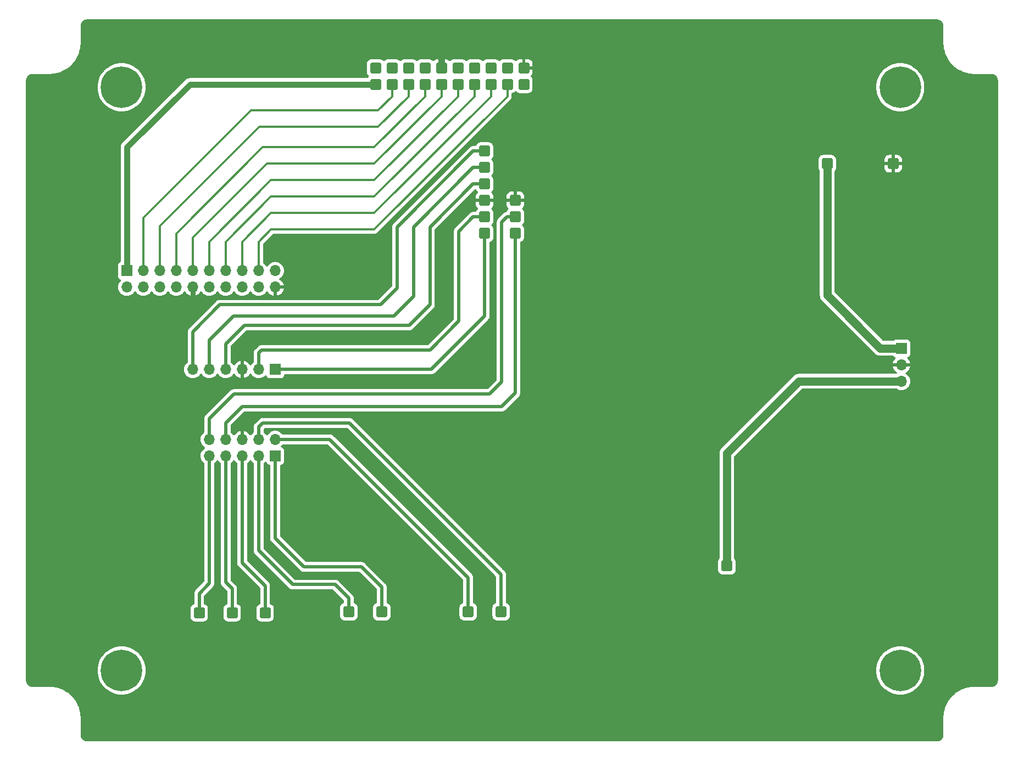
<source format=gtl>
G04 #@! TF.GenerationSoftware,KiCad,Pcbnew,7.0.7-7.0.7~ubuntu22.04.1*
G04 #@! TF.CreationDate,2023-09-16T20:12:51-03:00*
G04 #@! TF.ProjectId,EQfixture,45516669-7874-4757-9265-2e6b69636164,rev?*
G04 #@! TF.SameCoordinates,Original*
G04 #@! TF.FileFunction,Copper,L1,Top*
G04 #@! TF.FilePolarity,Positive*
%FSLAX46Y46*%
G04 Gerber Fmt 4.6, Leading zero omitted, Abs format (unit mm)*
G04 Created by KiCad (PCBNEW 7.0.7-7.0.7~ubuntu22.04.1) date 2023-09-16 20:12:51*
%MOMM*%
%LPD*%
G01*
G04 APERTURE LIST*
G04 Aperture macros list*
%AMRoundRect*
0 Rectangle with rounded corners*
0 $1 Rounding radius*
0 $2 $3 $4 $5 $6 $7 $8 $9 X,Y pos of 4 corners*
0 Add a 4 corners polygon primitive as box body*
4,1,4,$2,$3,$4,$5,$6,$7,$8,$9,$2,$3,0*
0 Add four circle primitives for the rounded corners*
1,1,$1+$1,$2,$3*
1,1,$1+$1,$4,$5*
1,1,$1+$1,$6,$7*
1,1,$1+$1,$8,$9*
0 Add four rect primitives between the rounded corners*
20,1,$1+$1,$2,$3,$4,$5,0*
20,1,$1+$1,$4,$5,$6,$7,0*
20,1,$1+$1,$6,$7,$8,$9,0*
20,1,$1+$1,$8,$9,$2,$3,0*%
G04 Aperture macros list end*
G04 #@! TA.AperFunction,ComponentPad*
%ADD10C,6.400000*%
G04 #@! TD*
G04 #@! TA.AperFunction,ComponentPad*
%ADD11RoundRect,0.278871X-0.571129X-0.571129X0.571129X-0.571129X0.571129X0.571129X-0.571129X0.571129X0*%
G04 #@! TD*
G04 #@! TA.AperFunction,ComponentPad*
%ADD12R,1.700000X1.700000*%
G04 #@! TD*
G04 #@! TA.AperFunction,ComponentPad*
%ADD13O,1.700000X1.700000*%
G04 #@! TD*
G04 #@! TA.AperFunction,Conductor*
%ADD14C,0.508000*%
G04 #@! TD*
G04 #@! TA.AperFunction,Conductor*
%ADD15C,0.250000*%
G04 #@! TD*
G04 #@! TA.AperFunction,Conductor*
%ADD16C,0.762000*%
G04 #@! TD*
G04 #@! TA.AperFunction,Conductor*
%ADD17C,1.016000*%
G04 #@! TD*
G04 #@! TA.AperFunction,Conductor*
%ADD18C,0.304800*%
G04 #@! TD*
G04 #@! TA.AperFunction,Conductor*
%ADD19C,1.270000*%
G04 #@! TD*
G04 #@! TA.AperFunction,Conductor*
%ADD20C,0.889000*%
G04 #@! TD*
G04 APERTURE END LIST*
D10*
X209535000Y-133785000D03*
X209535000Y-43785000D03*
X89535000Y-43785000D03*
X89535000Y-133785000D03*
D11*
X148984000Y-40788000D03*
X136284000Y-40788000D03*
X145481340Y-56175320D03*
X136284000Y-43328000D03*
X150210000Y-61230000D03*
X106566000Y-124862000D03*
X145481340Y-61255320D03*
X131204000Y-43328000D03*
X138824000Y-40788000D03*
X145481340Y-66335320D03*
X129630000Y-124710000D03*
X145481340Y-58715320D03*
X141364000Y-43328000D03*
X198290000Y-55590000D03*
X182810000Y-117640000D03*
X150210000Y-66310000D03*
X128664000Y-40788000D03*
X128664000Y-43328000D03*
X151524000Y-40788000D03*
X146444000Y-40788000D03*
X143904000Y-43328000D03*
X145481340Y-63795320D03*
X133744000Y-43328000D03*
X142956000Y-124710000D03*
X138824000Y-43328000D03*
X145481340Y-53635320D03*
X151524000Y-43328000D03*
X131204000Y-40788000D03*
X143904000Y-40788000D03*
X111646000Y-124862000D03*
X124550000Y-124710000D03*
X101486000Y-124862000D03*
X146444000Y-43328000D03*
X150210000Y-63770000D03*
X141364000Y-40788000D03*
X148984000Y-43328000D03*
X208450000Y-55590000D03*
X148036000Y-124710000D03*
X133744000Y-40788000D03*
D12*
X113195000Y-100670000D03*
D13*
X113195000Y-98130000D03*
X110655000Y-100670000D03*
X110655000Y-98130000D03*
X108115000Y-100670000D03*
X108115000Y-98130000D03*
X105575000Y-100670000D03*
X105575000Y-98130000D03*
X103035000Y-100670000D03*
X103035000Y-98130000D03*
D12*
X209715000Y-84070000D03*
D13*
X209715000Y-86610000D03*
X209715000Y-89150000D03*
D12*
X90335000Y-72095000D03*
D13*
X90335000Y-74635000D03*
X92875000Y-72095000D03*
X92875000Y-74635000D03*
X95415000Y-72095000D03*
X95415000Y-74635000D03*
X97955000Y-72095000D03*
X97955000Y-74635000D03*
X100495000Y-72095000D03*
X100495000Y-74635000D03*
X103035000Y-72095000D03*
X103035000Y-74635000D03*
X105575000Y-72095000D03*
X105575000Y-74635000D03*
X108115000Y-72095000D03*
X108115000Y-74635000D03*
X110655000Y-72095000D03*
X110655000Y-74635000D03*
X113195000Y-72095000D03*
X113195000Y-74635000D03*
D12*
X113195000Y-87335000D03*
D13*
X110655000Y-87335000D03*
X108115000Y-87335000D03*
X105575000Y-87335000D03*
X103035000Y-87335000D03*
X100495000Y-87335000D03*
D14*
X143719680Y-61255320D02*
X139230000Y-65745000D01*
X135776000Y-82429500D02*
X109741000Y-82429500D01*
D15*
X108115000Y-98130000D02*
X108115000Y-94955000D01*
D16*
X100495000Y-74635000D02*
X100495000Y-77175000D01*
D17*
X138824000Y-37144000D02*
X138780000Y-37100000D01*
D14*
X108115000Y-84055500D02*
X108115000Y-87335000D01*
D17*
X138824000Y-40788000D02*
X138824000Y-37144000D01*
D14*
X139230000Y-65745000D02*
X139230000Y-78975500D01*
X109741000Y-82429500D02*
X108115000Y-84055500D01*
X139230000Y-78975500D02*
X135776000Y-82429500D01*
X145481340Y-61255320D02*
X143719680Y-61255320D01*
D18*
X129070000Y-47330000D02*
X131204000Y-45196000D01*
X92875000Y-63955000D02*
X109500000Y-47330000D01*
X92875000Y-72095000D02*
X92875000Y-63955000D01*
X131204000Y-45196000D02*
X131204000Y-43328000D01*
X109500000Y-47330000D02*
X129070000Y-47330000D01*
X129070000Y-49870000D02*
X133744000Y-45196000D01*
X95415000Y-65225000D02*
X110770000Y-49870000D01*
X95415000Y-72095000D02*
X95415000Y-65225000D01*
X110770000Y-49870000D02*
X129070000Y-49870000D01*
X133744000Y-45196000D02*
X133744000Y-43328000D01*
X136284000Y-45196000D02*
X136284000Y-43328000D01*
X128435000Y-53045000D02*
X136284000Y-45196000D01*
X97955000Y-72095000D02*
X97955000Y-66380000D01*
X111290000Y-53045000D02*
X128435000Y-53045000D01*
X97955000Y-66380000D02*
X111290000Y-53045000D01*
X111925000Y-55585000D02*
X128435000Y-55585000D01*
X138824000Y-45196000D02*
X138824000Y-43328000D01*
X100495000Y-67015000D02*
X111925000Y-55585000D01*
X128435000Y-55585000D02*
X138824000Y-45196000D01*
X100495000Y-72095000D02*
X100495000Y-67015000D01*
X141364000Y-45196000D02*
X141364000Y-43328000D01*
X103035000Y-67650000D02*
X112560000Y-58125000D01*
X112560000Y-58125000D02*
X128435000Y-58125000D01*
X128435000Y-58125000D02*
X141364000Y-45196000D01*
X103035000Y-72095000D02*
X103035000Y-67650000D01*
X105575000Y-67650000D02*
X112560000Y-60665000D01*
X128435000Y-60665000D02*
X143904000Y-45196000D01*
X143904000Y-45196000D02*
X143904000Y-43328000D01*
X112560000Y-60665000D02*
X128435000Y-60665000D01*
X105575000Y-72095000D02*
X105575000Y-67650000D01*
X108115000Y-72095000D02*
X108115000Y-67650000D01*
X146444000Y-45196000D02*
X146444000Y-43328000D01*
X112560000Y-63205000D02*
X128435000Y-63205000D01*
X128435000Y-63205000D02*
X146444000Y-45196000D01*
X108115000Y-67650000D02*
X112560000Y-63205000D01*
X112560000Y-65745000D02*
X128435000Y-65745000D01*
X148984000Y-45196000D02*
X148984000Y-43328000D01*
X128435000Y-65745000D02*
X148984000Y-45196000D01*
X110655000Y-72095000D02*
X110655000Y-67650000D01*
X110655000Y-67650000D02*
X112560000Y-65745000D01*
D14*
X129630000Y-120915000D02*
X129630000Y-124710000D01*
X117640000Y-117815000D02*
X126530000Y-117815000D01*
X126530000Y-117815000D02*
X129630000Y-120915000D01*
X113195000Y-100670000D02*
X113195000Y-113370000D01*
X113195000Y-113370000D02*
X117640000Y-117815000D01*
X142956000Y-124710000D02*
X142956000Y-119454500D01*
X142956000Y-119454500D02*
X121631500Y-98130000D01*
X121631500Y-98130000D02*
X113195000Y-98130000D01*
X115909500Y-120529500D02*
X122441000Y-120529500D01*
X110655000Y-115275000D02*
X115909500Y-120529500D01*
X110655000Y-100670000D02*
X110655000Y-115275000D01*
X124550000Y-122638500D02*
X124550000Y-124710000D01*
X122441000Y-120529500D02*
X124550000Y-122638500D01*
X124625000Y-95590000D02*
X111290000Y-95590000D01*
X148036000Y-124710000D02*
X148036000Y-119001000D01*
X111290000Y-95590000D02*
X110655000Y-96225000D01*
X110655000Y-96225000D02*
X110655000Y-98130000D01*
X148036000Y-119001000D02*
X124625000Y-95590000D01*
X111646000Y-120711000D02*
X111646000Y-124862000D01*
X108115000Y-100670000D02*
X108115000Y-117180000D01*
X108115000Y-117180000D02*
X111646000Y-120711000D01*
X106566000Y-121164500D02*
X106566000Y-124862000D01*
X105575000Y-120173500D02*
X106566000Y-121164500D01*
X105575000Y-100670000D02*
X105575000Y-120173500D01*
X105575000Y-98130000D02*
X105575000Y-95590000D01*
X105575000Y-95590000D02*
X108115000Y-93050000D01*
X108115000Y-93050000D02*
X148120000Y-93050000D01*
X148120000Y-93050000D02*
X150210000Y-90960000D01*
X150210000Y-90960000D02*
X150210000Y-66310000D01*
X137220500Y-87335000D02*
X113195000Y-87335000D01*
X145481340Y-79074160D02*
X137220500Y-87335000D01*
X145481340Y-66335320D02*
X145481340Y-79074160D01*
X111115500Y-84334500D02*
X110655000Y-84795000D01*
X145481340Y-63795320D02*
X143719680Y-63795320D01*
X143719680Y-63795320D02*
X141491000Y-66024000D01*
X137046000Y-84334500D02*
X111115500Y-84334500D01*
X110655000Y-84795000D02*
X110655000Y-87335000D01*
X141491000Y-79889500D02*
X137046000Y-84334500D01*
X141491000Y-66024000D02*
X141491000Y-79889500D01*
X105575000Y-83420500D02*
X108471000Y-80524500D01*
X105575000Y-87335000D02*
X105575000Y-83420500D01*
X137046000Y-65389000D02*
X143719680Y-58715320D01*
X137046000Y-77349500D02*
X137046000Y-65389000D01*
X108471000Y-80524500D02*
X133871000Y-80524500D01*
X133871000Y-80524500D02*
X137046000Y-77349500D01*
X143719680Y-58715320D02*
X145481340Y-58715320D01*
X103035000Y-82785500D02*
X106740500Y-79080000D01*
X103035000Y-87335000D02*
X103035000Y-82785500D01*
X106740500Y-79080000D02*
X131505500Y-79080000D01*
X134506000Y-65389000D02*
X143719680Y-56175320D01*
X143719680Y-56175320D02*
X145481340Y-56175320D01*
X131505500Y-79080000D02*
X134506000Y-76079500D01*
X134506000Y-76079500D02*
X134506000Y-65389000D01*
D19*
X198290000Y-55590000D02*
X198290000Y-75910000D01*
X198290000Y-75910000D02*
X206450000Y-84070000D01*
X198290000Y-55590000D02*
X198285000Y-55595000D01*
X206450000Y-84070000D02*
X209715000Y-84070000D01*
X209715000Y-89150000D02*
X193930000Y-89150000D01*
X193930000Y-89150000D02*
X182810000Y-100270000D01*
X182810000Y-100270000D02*
X182810000Y-117640000D01*
D14*
X101486000Y-121904000D02*
X101486000Y-124862000D01*
X103035000Y-100670000D02*
X103035000Y-120355000D01*
X103035000Y-120355000D02*
X101486000Y-121904000D01*
X148925000Y-63785000D02*
X150210000Y-63785000D01*
X146215000Y-91145000D02*
X148120000Y-89240000D01*
X103035000Y-98130000D02*
X103035000Y-94955000D01*
X106845000Y-91145000D02*
X146215000Y-91145000D01*
X148120000Y-89240000D02*
X148120000Y-64590000D01*
X103035000Y-94955000D02*
X106845000Y-91145000D01*
X148120000Y-64590000D02*
X148925000Y-63785000D01*
X100495000Y-81515500D02*
X104661000Y-77349500D01*
D20*
X100052000Y-43328000D02*
X90335000Y-53045000D01*
D14*
X104661000Y-77349500D02*
X129426000Y-77349500D01*
X131966000Y-74809500D02*
X131966000Y-65389000D01*
D20*
X128664000Y-43328000D02*
X100052000Y-43328000D01*
D14*
X100495000Y-87335000D02*
X100495000Y-81515500D01*
X131966000Y-65389000D02*
X143719680Y-53635320D01*
D20*
X90335000Y-53045000D02*
X90335000Y-72095000D01*
D14*
X129426000Y-77349500D02*
X131966000Y-74809500D01*
X143719680Y-53635320D02*
X145481340Y-53635320D01*
G04 #@! TA.AperFunction,Conductor*
G36*
X144109949Y-59494588D02*
G01*
X144165882Y-59536460D01*
X144183656Y-59569814D01*
X144203577Y-59626743D01*
X144203577Y-59626745D01*
X144297018Y-59775454D01*
X144419557Y-59897993D01*
X144453042Y-59959316D01*
X144448058Y-60029008D01*
X144419557Y-60073355D01*
X144297412Y-60195499D01*
X144204032Y-60344114D01*
X144146063Y-60509777D01*
X144146061Y-60509786D01*
X144131340Y-60640446D01*
X144131340Y-61005320D01*
X144814384Y-61005320D01*
X144881423Y-61025005D01*
X144927178Y-61077809D01*
X144938095Y-61137783D01*
X144937781Y-61142365D01*
X144937781Y-61142367D01*
X144934865Y-61184993D01*
X144928135Y-61283387D01*
X144927463Y-61293206D01*
X144937801Y-61342953D01*
X144940531Y-61356092D01*
X144934897Y-61425734D01*
X144892506Y-61481275D01*
X144826817Y-61505081D01*
X144819124Y-61505320D01*
X144131341Y-61505320D01*
X144131341Y-61870194D01*
X144146061Y-62000852D01*
X144146063Y-62000862D01*
X144204032Y-62166525D01*
X144297412Y-62315140D01*
X144419557Y-62437285D01*
X144453042Y-62498608D01*
X144448058Y-62568300D01*
X144419557Y-62612647D01*
X144297018Y-62735185D01*
X144203578Y-62883893D01*
X144182936Y-62942886D01*
X144178100Y-62956709D01*
X144177727Y-62957774D01*
X144137005Y-63014550D01*
X144072053Y-63040298D01*
X144060685Y-63040820D01*
X143783674Y-63040820D01*
X143765702Y-63039511D01*
X143741773Y-63036006D01*
X143741769Y-63036005D01*
X143696672Y-63039951D01*
X143689443Y-63040584D01*
X143684041Y-63040820D01*
X143675733Y-63040820D01*
X143642972Y-63044649D01*
X143566071Y-63051377D01*
X143558997Y-63052838D01*
X143558986Y-63052785D01*
X143551505Y-63054444D01*
X143551518Y-63054496D01*
X143544497Y-63056159D01*
X143500295Y-63072247D01*
X143471926Y-63082572D01*
X143447643Y-63090618D01*
X143398645Y-63106855D01*
X143392097Y-63109909D01*
X143392074Y-63109861D01*
X143385187Y-63113195D01*
X143385211Y-63113242D01*
X143378756Y-63116483D01*
X143314235Y-63158918D01*
X143248529Y-63199447D01*
X143242859Y-63203931D01*
X143242826Y-63203889D01*
X143236894Y-63208721D01*
X143236928Y-63208762D01*
X143231397Y-63213402D01*
X143178408Y-63269567D01*
X141002742Y-65445232D01*
X140989113Y-65457011D01*
X140969706Y-65471459D01*
X140935939Y-65511700D01*
X140932295Y-65515678D01*
X140926419Y-65521555D01*
X140905972Y-65547414D01*
X140856334Y-65606570D01*
X140852366Y-65612605D01*
X140852322Y-65612576D01*
X140848209Y-65619031D01*
X140848254Y-65619059D01*
X140844459Y-65625211D01*
X140811827Y-65695191D01*
X140777176Y-65764188D01*
X140774704Y-65770979D01*
X140774655Y-65770961D01*
X140772141Y-65778193D01*
X140772191Y-65778210D01*
X140769920Y-65785062D01*
X140754304Y-65860688D01*
X140736498Y-65935818D01*
X140735661Y-65942987D01*
X140735607Y-65942980D01*
X140734830Y-65950596D01*
X140734883Y-65950601D01*
X140734253Y-65957790D01*
X140736500Y-66034981D01*
X140736500Y-79525613D01*
X140716815Y-79592652D01*
X140700181Y-79613294D01*
X136769795Y-83543681D01*
X136708472Y-83577166D01*
X136682114Y-83580000D01*
X111179492Y-83580000D01*
X111161523Y-83578691D01*
X111137589Y-83575185D01*
X111094427Y-83578962D01*
X111085258Y-83579764D01*
X111079859Y-83580000D01*
X111071557Y-83580000D01*
X111049727Y-83582551D01*
X111038812Y-83583827D01*
X111029688Y-83584625D01*
X110961892Y-83590556D01*
X110954819Y-83592017D01*
X110954808Y-83591965D01*
X110947332Y-83593622D01*
X110947345Y-83593674D01*
X110940319Y-83595339D01*
X110867760Y-83621747D01*
X110794462Y-83646036D01*
X110787920Y-83649087D01*
X110787897Y-83649039D01*
X110781007Y-83652375D01*
X110781031Y-83652422D01*
X110774576Y-83655663D01*
X110710055Y-83698098D01*
X110644349Y-83738627D01*
X110638679Y-83743111D01*
X110638646Y-83743069D01*
X110632714Y-83747901D01*
X110632748Y-83747942D01*
X110627217Y-83752582D01*
X110574228Y-83808747D01*
X110166742Y-84216232D01*
X110153113Y-84228011D01*
X110133706Y-84242459D01*
X110099939Y-84282700D01*
X110096295Y-84286678D01*
X110090419Y-84292555D01*
X110069972Y-84318414D01*
X110020334Y-84377570D01*
X110016366Y-84383605D01*
X110016322Y-84383576D01*
X110012209Y-84390031D01*
X110012254Y-84390059D01*
X110008459Y-84396211D01*
X109975827Y-84466191D01*
X109941176Y-84535188D01*
X109938704Y-84541979D01*
X109938655Y-84541961D01*
X109936141Y-84549193D01*
X109936191Y-84549210D01*
X109933920Y-84556062D01*
X109918304Y-84631688D01*
X109900498Y-84706818D01*
X109899661Y-84713987D01*
X109899607Y-84713980D01*
X109898830Y-84721596D01*
X109898883Y-84721601D01*
X109898253Y-84728790D01*
X109900500Y-84805981D01*
X109900500Y-86150099D01*
X109880815Y-86217138D01*
X109847624Y-86251674D01*
X109783599Y-86296505D01*
X109783597Y-86296506D01*
X109616508Y-86463594D01*
X109486269Y-86649595D01*
X109431692Y-86693219D01*
X109362193Y-86700412D01*
X109299839Y-86668890D01*
X109283119Y-86649594D01*
X109153113Y-86463926D01*
X109153108Y-86463920D01*
X108986082Y-86296894D01*
X108792578Y-86161399D01*
X108578492Y-86061570D01*
X108578486Y-86061567D01*
X108365000Y-86004364D01*
X108365000Y-86722698D01*
X108345315Y-86789737D01*
X108292511Y-86835492D01*
X108223355Y-86845436D01*
X108150766Y-86835000D01*
X108150763Y-86835000D01*
X108079237Y-86835000D01*
X108079233Y-86835000D01*
X108006644Y-86845436D01*
X107937486Y-86835492D01*
X107884683Y-86789736D01*
X107864999Y-86722698D01*
X107864999Y-86004364D01*
X107651513Y-86061567D01*
X107651507Y-86061570D01*
X107437422Y-86161399D01*
X107437420Y-86161400D01*
X107243926Y-86296886D01*
X107243920Y-86296891D01*
X107076891Y-86463920D01*
X107076890Y-86463922D01*
X106946880Y-86649595D01*
X106892303Y-86693219D01*
X106822804Y-86700412D01*
X106760450Y-86668890D01*
X106743730Y-86649594D01*
X106613494Y-86463597D01*
X106446404Y-86296508D01*
X106446402Y-86296506D01*
X106446401Y-86296505D01*
X106446396Y-86296501D01*
X106446393Y-86296499D01*
X106382376Y-86251673D01*
X106338751Y-86197096D01*
X106329500Y-86150099D01*
X106329500Y-83784385D01*
X106349185Y-83717346D01*
X106365814Y-83696709D01*
X108747205Y-81315318D01*
X108808528Y-81281834D01*
X108834886Y-81279000D01*
X133807000Y-81279000D01*
X133824969Y-81280309D01*
X133830350Y-81281096D01*
X133848906Y-81283815D01*
X133901248Y-81279235D01*
X133906649Y-81279000D01*
X133914934Y-81279000D01*
X133914941Y-81279000D01*
X133947674Y-81275174D01*
X134024612Y-81268443D01*
X134024615Y-81268441D01*
X134031693Y-81266981D01*
X134031704Y-81267035D01*
X134039163Y-81265381D01*
X134039151Y-81265327D01*
X134046178Y-81263660D01*
X134046184Y-81263660D01*
X134100600Y-81243854D01*
X134118740Y-81237252D01*
X134192034Y-81212965D01*
X134198581Y-81209912D01*
X134198604Y-81209962D01*
X134205498Y-81206625D01*
X134205473Y-81206575D01*
X134211916Y-81203338D01*
X134211924Y-81203336D01*
X134254937Y-81175045D01*
X134276443Y-81160901D01*
X134306051Y-81142638D01*
X134342154Y-81120370D01*
X134342159Y-81120364D01*
X134347823Y-81115887D01*
X134347857Y-81115930D01*
X134353782Y-81111104D01*
X134353747Y-81111062D01*
X134359283Y-81106416D01*
X134359282Y-81106416D01*
X134359285Y-81106415D01*
X134412271Y-81050252D01*
X137534264Y-77928258D01*
X137547883Y-77916488D01*
X137567294Y-77902039D01*
X137601075Y-77861779D01*
X137604709Y-77857813D01*
X137610583Y-77851941D01*
X137631027Y-77826084D01*
X137680667Y-77766927D01*
X137680669Y-77766922D01*
X137684637Y-77760890D01*
X137684683Y-77760920D01*
X137688795Y-77754465D01*
X137688748Y-77754436D01*
X137692532Y-77748299D01*
X137692539Y-77748291D01*
X137725172Y-77678308D01*
X137759824Y-77609311D01*
X137759826Y-77609299D01*
X137762293Y-77602524D01*
X137762346Y-77602543D01*
X137764858Y-77595315D01*
X137764807Y-77595298D01*
X137767077Y-77588445D01*
X137767077Y-77588443D01*
X137767079Y-77588440D01*
X137782695Y-77512810D01*
X137800500Y-77437688D01*
X137800500Y-77437683D01*
X137801338Y-77430515D01*
X137801392Y-77430521D01*
X137802170Y-77422905D01*
X137802117Y-77422901D01*
X137802746Y-77415710D01*
X137800500Y-77338518D01*
X137800500Y-65752886D01*
X137820185Y-65685847D01*
X137836819Y-65665205D01*
X140900989Y-62601035D01*
X143978936Y-59523087D01*
X144040257Y-59489604D01*
X144109949Y-59494588D01*
G37*
G04 #@! TD.AperFunction*
G04 #@! TA.AperFunction,Conductor*
G36*
X215217946Y-33317341D02*
G01*
X215218793Y-33317414D01*
X215260746Y-33321079D01*
X215382087Y-33333015D01*
X215401996Y-33336635D01*
X215467065Y-33354062D01*
X215557110Y-33381367D01*
X215573496Y-33387635D01*
X215639174Y-33418254D01*
X215642159Y-33419745D01*
X215723430Y-33463177D01*
X215729771Y-33467072D01*
X215794260Y-33512221D01*
X215798026Y-33515077D01*
X215798085Y-33515126D01*
X215867958Y-33572463D01*
X215872470Y-33576552D01*
X215928492Y-33632569D01*
X215932581Y-33637081D01*
X215989979Y-33707018D01*
X215992840Y-33710789D01*
X216037991Y-33775269D01*
X216041881Y-33781602D01*
X216085316Y-33862864D01*
X216086814Y-33865861D01*
X216117431Y-33931520D01*
X216123708Y-33947927D01*
X216151012Y-34037943D01*
X216156380Y-34057980D01*
X216168432Y-34102965D01*
X216172064Y-34122953D01*
X216184478Y-34249563D01*
X216187684Y-34286240D01*
X216187920Y-34291642D01*
X216187919Y-36941677D01*
X216187994Y-36942431D01*
X216187997Y-37138788D01*
X216209396Y-37383351D01*
X216213038Y-37462080D01*
X216217552Y-37476558D01*
X216224436Y-37555233D01*
X216224437Y-37555233D01*
X216249110Y-37695160D01*
X216272544Y-37828052D01*
X216281410Y-37891608D01*
X216285503Y-37901541D01*
X216297031Y-37966914D01*
X216378558Y-38271169D01*
X216388459Y-38313262D01*
X216391304Y-38318737D01*
X216405229Y-38370702D01*
X216529440Y-38711965D01*
X216533336Y-38723586D01*
X216534111Y-38724798D01*
X216548210Y-38763532D01*
X216548210Y-38763533D01*
X216724873Y-39142385D01*
X216724874Y-39142386D01*
X216724875Y-39142388D01*
X216903764Y-39452232D01*
X216933895Y-39504421D01*
X217173661Y-39846844D01*
X217173665Y-39846849D01*
X217337706Y-40042347D01*
X217442366Y-40167078D01*
X217442365Y-40167078D01*
X217737961Y-40462679D01*
X218058190Y-40731389D01*
X218400622Y-40971168D01*
X218525753Y-41043415D01*
X218762647Y-41180191D01*
X219141508Y-41356866D01*
X219141508Y-41356865D01*
X219141510Y-41356866D01*
X219180231Y-41370960D01*
X219181149Y-41371635D01*
X219192991Y-41375604D01*
X219534330Y-41499849D01*
X219534329Y-41499849D01*
X219586286Y-41513772D01*
X219590446Y-41516307D01*
X219633811Y-41526507D01*
X219906259Y-41599516D01*
X219938124Y-41608055D01*
X219983968Y-41616139D01*
X220003488Y-41619581D01*
X220011088Y-41623348D01*
X220076954Y-41632537D01*
X220349798Y-41680655D01*
X220349804Y-41680656D01*
X220384596Y-41683700D01*
X220428432Y-41687536D01*
X220439628Y-41691916D01*
X220521683Y-41695697D01*
X220687974Y-41710250D01*
X220766237Y-41717100D01*
X220766258Y-41717100D01*
X220950492Y-41717104D01*
X220950499Y-41717106D01*
X223613034Y-41717106D01*
X223618458Y-41717343D01*
X223657359Y-41720762D01*
X223783091Y-41733174D01*
X223803148Y-41736839D01*
X223868358Y-41754412D01*
X223959073Y-41782092D01*
X223975542Y-41788431D01*
X224041420Y-41819350D01*
X224044387Y-41820843D01*
X224126185Y-41864862D01*
X224132507Y-41868774D01*
X224197141Y-41914372D01*
X224200900Y-41917248D01*
X224271120Y-41975347D01*
X224275641Y-41979479D01*
X224331653Y-42036007D01*
X224335744Y-42040566D01*
X224393177Y-42111293D01*
X224396035Y-42115103D01*
X224441022Y-42180128D01*
X224444902Y-42186530D01*
X224488142Y-42268678D01*
X224489637Y-42271717D01*
X224502297Y-42299347D01*
X224519922Y-42337814D01*
X224526119Y-42354364D01*
X224552972Y-42445346D01*
X224569931Y-42510661D01*
X224573419Y-42530794D01*
X224584850Y-42658781D01*
X224587713Y-42695199D01*
X224587901Y-42700681D01*
X224587450Y-42745794D01*
X224587921Y-42750270D01*
X224587921Y-135327066D01*
X224587685Y-135332471D01*
X224583945Y-135375227D01*
X224571997Y-135496565D01*
X224568370Y-135516504D01*
X224550934Y-135581579D01*
X224523636Y-135671574D01*
X224517357Y-135687985D01*
X224486739Y-135753647D01*
X224485227Y-135756672D01*
X224441813Y-135837897D01*
X224437917Y-135844239D01*
X224392761Y-135908726D01*
X224389900Y-135912498D01*
X224332524Y-135982410D01*
X224328435Y-135986922D01*
X224272410Y-136042945D01*
X224267900Y-136047033D01*
X224197991Y-136104406D01*
X224194218Y-136107268D01*
X224129728Y-136152423D01*
X224123386Y-136156319D01*
X224042135Y-136199746D01*
X224039110Y-136201258D01*
X223973485Y-136231858D01*
X223957076Y-136238135D01*
X223867052Y-136265442D01*
X223801984Y-136282874D01*
X223782054Y-136286500D01*
X223661665Y-136298362D01*
X223617793Y-136302199D01*
X223612389Y-136302435D01*
X221026632Y-136302435D01*
X221026584Y-136302421D01*
X220975256Y-136302421D01*
X220766241Y-136302422D01*
X220766236Y-136302423D01*
X220519549Y-136324007D01*
X220441744Y-136327605D01*
X220427425Y-136332068D01*
X220426854Y-136332118D01*
X220349789Y-136338861D01*
X220307988Y-136346231D01*
X220074578Y-136387389D01*
X220012158Y-136396097D01*
X220002392Y-136400118D01*
X219977715Y-136404469D01*
X219938101Y-136411455D01*
X219640150Y-136491293D01*
X219631125Y-136493712D01*
X219590426Y-136503284D01*
X219585130Y-136506036D01*
X219553208Y-136514590D01*
X219534308Y-136519655D01*
X219534305Y-136519656D01*
X219534304Y-136519656D01*
X219189799Y-136645046D01*
X219180037Y-136648318D01*
X219179006Y-136648975D01*
X219141480Y-136662634D01*
X218762609Y-136839307D01*
X218400578Y-137048328D01*
X218400579Y-137048327D01*
X218058147Y-137288101D01*
X218058141Y-137288106D01*
X217913349Y-137409602D01*
X217737910Y-137556813D01*
X217737911Y-137556813D01*
X217737906Y-137556817D01*
X217590109Y-137704613D01*
X217442314Y-137852409D01*
X217442315Y-137852409D01*
X217442308Y-137852416D01*
X217288322Y-138035928D01*
X217173598Y-138172651D01*
X217173599Y-138172651D01*
X216933824Y-138515085D01*
X216933821Y-138515089D01*
X216933821Y-138515090D01*
X216724823Y-138877085D01*
X216724800Y-138877124D01*
X216724799Y-138877125D01*
X216636284Y-139066946D01*
X216548129Y-139255993D01*
X216534467Y-139293528D01*
X216533897Y-139294301D01*
X216530544Y-139304305D01*
X216405150Y-139648821D01*
X216391532Y-139699641D01*
X216389081Y-139703662D01*
X216379215Y-139745612D01*
X216296953Y-140052610D01*
X216296953Y-140052611D01*
X216285614Y-140116914D01*
X216281915Y-140124375D01*
X216272889Y-140189079D01*
X216224359Y-140464303D01*
X216218534Y-140530875D01*
X216217565Y-140541952D01*
X216213258Y-140552960D01*
X216209507Y-140634050D01*
X216187922Y-140880749D01*
X216187922Y-140880750D01*
X216187921Y-141079669D01*
X216187920Y-141079683D01*
X216187920Y-143727074D01*
X216187684Y-143732480D01*
X216183950Y-143775161D01*
X216171997Y-143896563D01*
X216168370Y-143916504D01*
X216150934Y-143981579D01*
X216123636Y-144071574D01*
X216117357Y-144087985D01*
X216086739Y-144153647D01*
X216085227Y-144156672D01*
X216041813Y-144237897D01*
X216037917Y-144244239D01*
X215992761Y-144308726D01*
X215989900Y-144312498D01*
X215932524Y-144382410D01*
X215928435Y-144386922D01*
X215872410Y-144442945D01*
X215867900Y-144447033D01*
X215797991Y-144504406D01*
X215794218Y-144507268D01*
X215729728Y-144552423D01*
X215723386Y-144556319D01*
X215642135Y-144599746D01*
X215639110Y-144601258D01*
X215573485Y-144631858D01*
X215557076Y-144638135D01*
X215467052Y-144665442D01*
X215401984Y-144682874D01*
X215382054Y-144686500D01*
X215261665Y-144698362D01*
X215217793Y-144702199D01*
X215212389Y-144702435D01*
X84227119Y-144702435D01*
X84227116Y-144702434D01*
X84177975Y-144702434D01*
X84172559Y-144702197D01*
X84129728Y-144698444D01*
X84008473Y-144686484D01*
X83988537Y-144682854D01*
X83923478Y-144665414D01*
X83833469Y-144638100D01*
X83817064Y-144631821D01*
X83751434Y-144601210D01*
X83748413Y-144599699D01*
X83708178Y-144578189D01*
X83667173Y-144556268D01*
X83660839Y-144552376D01*
X83596361Y-144507221D01*
X83592591Y-144504360D01*
X83545694Y-144465870D01*
X83522668Y-144446971D01*
X83518164Y-144442887D01*
X83496117Y-144420838D01*
X83462151Y-144386869D01*
X83458083Y-144382382D01*
X83400689Y-144312442D01*
X83397829Y-144308673D01*
X83384988Y-144290334D01*
X83352674Y-144244183D01*
X83348790Y-144237858D01*
X83305371Y-144156627D01*
X83303859Y-144153603D01*
X83298837Y-144142833D01*
X83273245Y-144087953D01*
X83266972Y-144071558D01*
X83239671Y-143981572D01*
X83222216Y-143916435D01*
X83218593Y-143896547D01*
X83207077Y-143780155D01*
X83202903Y-143732480D01*
X83202827Y-143731612D01*
X83202592Y-143726218D01*
X83202592Y-141141206D01*
X83202665Y-141140957D01*
X83202666Y-141089770D01*
X83202669Y-140880748D01*
X83180959Y-140632575D01*
X83177393Y-140555423D01*
X83172968Y-140541220D01*
X83166239Y-140464293D01*
X83117416Y-140187393D01*
X83108824Y-140125785D01*
X83104855Y-140116144D01*
X83093652Y-140052607D01*
X83010884Y-139743702D01*
X83001548Y-139704009D01*
X82998863Y-139698837D01*
X82985455Y-139648795D01*
X82859251Y-139302047D01*
X82856408Y-139293567D01*
X82855837Y-139292670D01*
X82847127Y-139268740D01*
X82842477Y-139255961D01*
X82842477Y-139255962D01*
X82665806Y-138877087D01*
X82456779Y-138515042D01*
X82456779Y-138515043D01*
X82217001Y-138172606D01*
X82217000Y-138172605D01*
X81948283Y-137852365D01*
X81948283Y-137852364D01*
X81800480Y-137704564D01*
X81652680Y-137556766D01*
X81332436Y-137288055D01*
X81332437Y-137288055D01*
X80989994Y-137048280D01*
X80989994Y-137048281D01*
X80989990Y-137048278D01*
X80627950Y-136839261D01*
X80627947Y-136839259D01*
X80249074Y-136662596D01*
X80212353Y-136649231D01*
X80211678Y-136648734D01*
X80202932Y-136645802D01*
X79856232Y-136519623D01*
X79806186Y-136506214D01*
X79802258Y-136503820D01*
X79761273Y-136494181D01*
X79452430Y-136411434D01*
X79419539Y-136405635D01*
X79388883Y-136400230D01*
X79381509Y-136396576D01*
X79317593Y-136387661D01*
X79092023Y-136347893D01*
X79040734Y-136338851D01*
X79040731Y-136338850D01*
X79040727Y-136338850D01*
X79040726Y-136338850D01*
X78963762Y-136332118D01*
X78952883Y-136327862D01*
X78872465Y-136324133D01*
X78653891Y-136305018D01*
X78624278Y-136302428D01*
X78624276Y-136302428D01*
X78415256Y-136302434D01*
X78363402Y-136302434D01*
X78363393Y-136302435D01*
X75827119Y-136302435D01*
X75827116Y-136302434D01*
X75777975Y-136302434D01*
X75772559Y-136302197D01*
X75729728Y-136298444D01*
X75608473Y-136286484D01*
X75588537Y-136282854D01*
X75523478Y-136265414D01*
X75433469Y-136238100D01*
X75417064Y-136231821D01*
X75351434Y-136201210D01*
X75348413Y-136199699D01*
X75308178Y-136178189D01*
X75267173Y-136156268D01*
X75260839Y-136152376D01*
X75196361Y-136107221D01*
X75192591Y-136104360D01*
X75145694Y-136065870D01*
X75122668Y-136046971D01*
X75118164Y-136042887D01*
X75096117Y-136020838D01*
X75062151Y-135986869D01*
X75058083Y-135982382D01*
X75000689Y-135912442D01*
X74997829Y-135908673D01*
X74984988Y-135890334D01*
X74952674Y-135844183D01*
X74948790Y-135837858D01*
X74905371Y-135756627D01*
X74903859Y-135753603D01*
X74898837Y-135742833D01*
X74873245Y-135687953D01*
X74866972Y-135671558D01*
X74839671Y-135581572D01*
X74822216Y-135516435D01*
X74818593Y-135496547D01*
X74807077Y-135380155D01*
X74802902Y-135332471D01*
X74802827Y-135331612D01*
X74802592Y-135326218D01*
X74802592Y-133785000D01*
X85829422Y-133785000D01*
X85849722Y-134172339D01*
X85910397Y-134555427D01*
X85910397Y-134555429D01*
X86010788Y-134930094D01*
X86149787Y-135292197D01*
X86325877Y-135637793D01*
X86537122Y-135963082D01*
X86706401Y-136172124D01*
X86781219Y-136264516D01*
X87055484Y-136538781D01*
X87055488Y-136538784D01*
X87356917Y-136782877D01*
X87682206Y-136994122D01*
X87682211Y-136994125D01*
X88027806Y-137170214D01*
X88389913Y-137309214D01*
X88764567Y-137409602D01*
X89147662Y-137470278D01*
X89513576Y-137489455D01*
X89534999Y-137490578D01*
X89535000Y-137490578D01*
X89535001Y-137490578D01*
X89555300Y-137489514D01*
X89922338Y-137470278D01*
X90305433Y-137409602D01*
X90680087Y-137309214D01*
X91042194Y-137170214D01*
X91387789Y-136994125D01*
X91713084Y-136782876D01*
X92014516Y-136538781D01*
X92288781Y-136264516D01*
X92532876Y-135963084D01*
X92744125Y-135637789D01*
X92920214Y-135292194D01*
X93059214Y-134930087D01*
X93159602Y-134555433D01*
X93220278Y-134172338D01*
X93240578Y-133785000D01*
X205829422Y-133785000D01*
X205849722Y-134172339D01*
X205910397Y-134555427D01*
X205910397Y-134555429D01*
X206010788Y-134930094D01*
X206149787Y-135292197D01*
X206325877Y-135637793D01*
X206537122Y-135963082D01*
X206706401Y-136172124D01*
X206781219Y-136264516D01*
X207055484Y-136538781D01*
X207055488Y-136538784D01*
X207356917Y-136782877D01*
X207682206Y-136994122D01*
X207682211Y-136994125D01*
X208027806Y-137170214D01*
X208389913Y-137309214D01*
X208764567Y-137409602D01*
X209147662Y-137470278D01*
X209513576Y-137489455D01*
X209534999Y-137490578D01*
X209535000Y-137490578D01*
X209535001Y-137490578D01*
X209555300Y-137489514D01*
X209922338Y-137470278D01*
X210305433Y-137409602D01*
X210680087Y-137309214D01*
X211042194Y-137170214D01*
X211387789Y-136994125D01*
X211713084Y-136782876D01*
X212014516Y-136538781D01*
X212288781Y-136264516D01*
X212532876Y-135963084D01*
X212744125Y-135637789D01*
X212920214Y-135292194D01*
X213059214Y-134930087D01*
X213159602Y-134555433D01*
X213220278Y-134172338D01*
X213240578Y-133785000D01*
X213220278Y-133397662D01*
X213159602Y-133014567D01*
X213059214Y-132639913D01*
X212920214Y-132277806D01*
X212744125Y-131932211D01*
X212532876Y-131606916D01*
X212288781Y-131305484D01*
X212014516Y-131031219D01*
X211713084Y-130787124D01*
X211713082Y-130787122D01*
X211387793Y-130575877D01*
X211042197Y-130399787D01*
X210680094Y-130260788D01*
X210680087Y-130260786D01*
X210305433Y-130160398D01*
X210305429Y-130160397D01*
X210305428Y-130160397D01*
X209922339Y-130099722D01*
X209535001Y-130079422D01*
X209534999Y-130079422D01*
X209147660Y-130099722D01*
X208764572Y-130160397D01*
X208764570Y-130160397D01*
X208389905Y-130260788D01*
X208027802Y-130399787D01*
X207682206Y-130575877D01*
X207356917Y-130787122D01*
X207055488Y-131031215D01*
X207055480Y-131031222D01*
X206781222Y-131305480D01*
X206781215Y-131305488D01*
X206537122Y-131606917D01*
X206325877Y-131932206D01*
X206149787Y-132277802D01*
X206010788Y-132639905D01*
X205910397Y-133014570D01*
X205910397Y-133014572D01*
X205849722Y-133397660D01*
X205829422Y-133784999D01*
X205829422Y-133785000D01*
X93240578Y-133785000D01*
X93220278Y-133397662D01*
X93159602Y-133014567D01*
X93059214Y-132639913D01*
X92920214Y-132277806D01*
X92744125Y-131932211D01*
X92532876Y-131606916D01*
X92288781Y-131305484D01*
X92014516Y-131031219D01*
X91713084Y-130787124D01*
X91713082Y-130787122D01*
X91387793Y-130575877D01*
X91042197Y-130399787D01*
X90680094Y-130260788D01*
X90680087Y-130260786D01*
X90305433Y-130160398D01*
X90305429Y-130160397D01*
X90305428Y-130160397D01*
X89922339Y-130099722D01*
X89535001Y-130079422D01*
X89534999Y-130079422D01*
X89147660Y-130099722D01*
X88764572Y-130160397D01*
X88764570Y-130160397D01*
X88389905Y-130260788D01*
X88027802Y-130399787D01*
X87682206Y-130575877D01*
X87356917Y-130787122D01*
X87055488Y-131031215D01*
X87055480Y-131031222D01*
X86781222Y-131305480D01*
X86781215Y-131305488D01*
X86537122Y-131606917D01*
X86325877Y-131932206D01*
X86149787Y-132277802D01*
X86010788Y-132639905D01*
X85910397Y-133014570D01*
X85910397Y-133014572D01*
X85849722Y-133397660D01*
X85829422Y-133784999D01*
X85829422Y-133785000D01*
X74802592Y-133785000D01*
X74802592Y-125476908D01*
X100135500Y-125476908D01*
X100150230Y-125607647D01*
X100150233Y-125607660D01*
X100208236Y-125773421D01*
X100208237Y-125773425D01*
X100301678Y-125922134D01*
X100425866Y-126046322D01*
X100481134Y-126081049D01*
X100574574Y-126139762D01*
X100574578Y-126139763D01*
X100740339Y-126197766D01*
X100740345Y-126197767D01*
X100740347Y-126197768D01*
X100740348Y-126197768D01*
X100740352Y-126197769D01*
X100828456Y-126207695D01*
X100871092Y-126212499D01*
X100871095Y-126212500D01*
X100871098Y-126212500D01*
X102100905Y-126212500D01*
X102100906Y-126212499D01*
X102166277Y-126205133D01*
X102231647Y-126197769D01*
X102231649Y-126197768D01*
X102231653Y-126197768D01*
X102231656Y-126197766D01*
X102231660Y-126197766D01*
X102319396Y-126167065D01*
X102397425Y-126139762D01*
X102546134Y-126046322D01*
X102670322Y-125922134D01*
X102763762Y-125773425D01*
X102816949Y-125621425D01*
X102821766Y-125607660D01*
X102821769Y-125607647D01*
X102836499Y-125476908D01*
X102836500Y-125476904D01*
X102836500Y-124247095D01*
X102836499Y-124247091D01*
X102821769Y-124116352D01*
X102821766Y-124116339D01*
X102763763Y-123950578D01*
X102763762Y-123950574D01*
X102670321Y-123801865D01*
X102546134Y-123677678D01*
X102397427Y-123584239D01*
X102397426Y-123584238D01*
X102323544Y-123558385D01*
X102266768Y-123517662D01*
X102241022Y-123452709D01*
X102240500Y-123441344D01*
X102240500Y-122267885D01*
X102260185Y-122200846D01*
X102276814Y-122180209D01*
X103523264Y-120933758D01*
X103536883Y-120921988D01*
X103556294Y-120907539D01*
X103590075Y-120867279D01*
X103593709Y-120863313D01*
X103599583Y-120857441D01*
X103620027Y-120831584D01*
X103669667Y-120772427D01*
X103669669Y-120772422D01*
X103673637Y-120766390D01*
X103673683Y-120766420D01*
X103677795Y-120759965D01*
X103677748Y-120759936D01*
X103681532Y-120753799D01*
X103681539Y-120753791D01*
X103714172Y-120683808D01*
X103748824Y-120614811D01*
X103748826Y-120614799D01*
X103751293Y-120608024D01*
X103751346Y-120608043D01*
X103753858Y-120600815D01*
X103753807Y-120600798D01*
X103756077Y-120593945D01*
X103756077Y-120593943D01*
X103756079Y-120593940D01*
X103771695Y-120518310D01*
X103789500Y-120443188D01*
X103789500Y-120443183D01*
X103790338Y-120436015D01*
X103790392Y-120436021D01*
X103791170Y-120428405D01*
X103791117Y-120428401D01*
X103791746Y-120421210D01*
X103789500Y-120344018D01*
X103789499Y-101854900D01*
X103809184Y-101787861D01*
X103842374Y-101753326D01*
X103906401Y-101708495D01*
X104073495Y-101541401D01*
X104203424Y-101355842D01*
X104258002Y-101312217D01*
X104327500Y-101305023D01*
X104389855Y-101336546D01*
X104406575Y-101355842D01*
X104536500Y-101541395D01*
X104536505Y-101541401D01*
X104703599Y-101708495D01*
X104767621Y-101753324D01*
X104767623Y-101753325D01*
X104811248Y-101807901D01*
X104820500Y-101854900D01*
X104820500Y-120109500D01*
X104819191Y-120127469D01*
X104815684Y-120151408D01*
X104820264Y-120203741D01*
X104820500Y-120209148D01*
X104820500Y-120217446D01*
X104824325Y-120250174D01*
X104831056Y-120327110D01*
X104832516Y-120334177D01*
X104832464Y-120334187D01*
X104834123Y-120341667D01*
X104834174Y-120341655D01*
X104835839Y-120348680D01*
X104835839Y-120348682D01*
X104835840Y-120348684D01*
X104848473Y-120383395D01*
X104862247Y-120421240D01*
X104886535Y-120494534D01*
X104889586Y-120501075D01*
X104889536Y-120501098D01*
X104892876Y-120507997D01*
X104892925Y-120507973D01*
X104896162Y-120514420D01*
X104896164Y-120514424D01*
X104919772Y-120550319D01*
X104938599Y-120578944D01*
X104979131Y-120644656D01*
X104983611Y-120650322D01*
X104983569Y-120650355D01*
X104988401Y-120656286D01*
X104988443Y-120656252D01*
X104993081Y-120661780D01*
X104993085Y-120661785D01*
X105016428Y-120683808D01*
X105049247Y-120714772D01*
X105775181Y-121440705D01*
X105808666Y-121502028D01*
X105811500Y-121528386D01*
X105811500Y-123441344D01*
X105791815Y-123508383D01*
X105739011Y-123554138D01*
X105728456Y-123558385D01*
X105654573Y-123584238D01*
X105654572Y-123584239D01*
X105505865Y-123677678D01*
X105381678Y-123801865D01*
X105288237Y-123950574D01*
X105288236Y-123950578D01*
X105230233Y-124116339D01*
X105230230Y-124116352D01*
X105215500Y-124247091D01*
X105215500Y-125476908D01*
X105230230Y-125607647D01*
X105230233Y-125607660D01*
X105288236Y-125773421D01*
X105288237Y-125773425D01*
X105381678Y-125922134D01*
X105505866Y-126046322D01*
X105561134Y-126081049D01*
X105654574Y-126139762D01*
X105654578Y-126139763D01*
X105820339Y-126197766D01*
X105820345Y-126197767D01*
X105820347Y-126197768D01*
X105820348Y-126197768D01*
X105820352Y-126197769D01*
X105908456Y-126207695D01*
X105951092Y-126212499D01*
X105951095Y-126212500D01*
X105951098Y-126212500D01*
X107180905Y-126212500D01*
X107180906Y-126212499D01*
X107246277Y-126205133D01*
X107311647Y-126197769D01*
X107311649Y-126197768D01*
X107311653Y-126197768D01*
X107311656Y-126197766D01*
X107311660Y-126197766D01*
X107399396Y-126167065D01*
X107477425Y-126139762D01*
X107626134Y-126046322D01*
X107750322Y-125922134D01*
X107843762Y-125773425D01*
X107896949Y-125621425D01*
X107901766Y-125607660D01*
X107901769Y-125607647D01*
X107916499Y-125476908D01*
X107916500Y-125476904D01*
X107916500Y-124247095D01*
X107916499Y-124247091D01*
X107901769Y-124116352D01*
X107901766Y-124116339D01*
X107843763Y-123950578D01*
X107843762Y-123950574D01*
X107750321Y-123801865D01*
X107626134Y-123677678D01*
X107477427Y-123584239D01*
X107477426Y-123584238D01*
X107403544Y-123558385D01*
X107346768Y-123517662D01*
X107321022Y-123452709D01*
X107320500Y-123441344D01*
X107320500Y-121228499D01*
X107321809Y-121210529D01*
X107322081Y-121208672D01*
X107325315Y-121186594D01*
X107324391Y-121176038D01*
X107320736Y-121134256D01*
X107320500Y-121128850D01*
X107320500Y-121120566D01*
X107320500Y-121120559D01*
X107316978Y-121090431D01*
X107316674Y-121087824D01*
X107309943Y-121010891D01*
X107309943Y-121010888D01*
X107309941Y-121010883D01*
X107308483Y-121003819D01*
X107308536Y-121003807D01*
X107306878Y-120996327D01*
X107306824Y-120996340D01*
X107305160Y-120989322D01*
X107305160Y-120989316D01*
X107278749Y-120916754D01*
X107254464Y-120843465D01*
X107254461Y-120843461D01*
X107254461Y-120843459D01*
X107251409Y-120836912D01*
X107251458Y-120836889D01*
X107248125Y-120830004D01*
X107248076Y-120830029D01*
X107244838Y-120823583D01*
X107244836Y-120823576D01*
X107244831Y-120823568D01*
X107202400Y-120759054D01*
X107175085Y-120714771D01*
X107161871Y-120693347D01*
X107161867Y-120693343D01*
X107157390Y-120687680D01*
X107157432Y-120687646D01*
X107152597Y-120681711D01*
X107152556Y-120681746D01*
X107147912Y-120676211D01*
X107091752Y-120623228D01*
X106365819Y-119897294D01*
X106332334Y-119835971D01*
X106329500Y-119809613D01*
X106329500Y-101854900D01*
X106349185Y-101787861D01*
X106382377Y-101753325D01*
X106446401Y-101708495D01*
X106613495Y-101541401D01*
X106743424Y-101355842D01*
X106798002Y-101312217D01*
X106867500Y-101305023D01*
X106929855Y-101336546D01*
X106946575Y-101355842D01*
X107076500Y-101541395D01*
X107076505Y-101541401D01*
X107243599Y-101708495D01*
X107307621Y-101753324D01*
X107307623Y-101753325D01*
X107351248Y-101807901D01*
X107360500Y-101854900D01*
X107360500Y-117116000D01*
X107359191Y-117133969D01*
X107355684Y-117157908D01*
X107360264Y-117210241D01*
X107360500Y-117215648D01*
X107360500Y-117223946D01*
X107364325Y-117256674D01*
X107371056Y-117333610D01*
X107372516Y-117340677D01*
X107372464Y-117340687D01*
X107374123Y-117348167D01*
X107374174Y-117348155D01*
X107375839Y-117355180D01*
X107402247Y-117427740D01*
X107426535Y-117501034D01*
X107429586Y-117507575D01*
X107429536Y-117507598D01*
X107432876Y-117514497D01*
X107432925Y-117514473D01*
X107436165Y-117520925D01*
X107478599Y-117585444D01*
X107519131Y-117651156D01*
X107523611Y-117656822D01*
X107523569Y-117656855D01*
X107528401Y-117662786D01*
X107528443Y-117662752D01*
X107533081Y-117668280D01*
X107533085Y-117668285D01*
X107561166Y-117694778D01*
X107589247Y-117721272D01*
X110855181Y-120987205D01*
X110888666Y-121048528D01*
X110891500Y-121074886D01*
X110891500Y-123441344D01*
X110871815Y-123508383D01*
X110819011Y-123554138D01*
X110808456Y-123558385D01*
X110734573Y-123584238D01*
X110734572Y-123584239D01*
X110585865Y-123677678D01*
X110461678Y-123801865D01*
X110368237Y-123950574D01*
X110368236Y-123950578D01*
X110310233Y-124116339D01*
X110310230Y-124116352D01*
X110295500Y-124247091D01*
X110295500Y-125476908D01*
X110310230Y-125607647D01*
X110310233Y-125607660D01*
X110368236Y-125773421D01*
X110368237Y-125773425D01*
X110461678Y-125922133D01*
X110461678Y-125922134D01*
X110585866Y-126046322D01*
X110641134Y-126081049D01*
X110734574Y-126139762D01*
X110734578Y-126139763D01*
X110900339Y-126197766D01*
X110900345Y-126197767D01*
X110900347Y-126197768D01*
X110900348Y-126197768D01*
X110900352Y-126197769D01*
X110988456Y-126207695D01*
X111031092Y-126212499D01*
X111031095Y-126212500D01*
X111031098Y-126212500D01*
X112260905Y-126212500D01*
X112260906Y-126212499D01*
X112326277Y-126205133D01*
X112391647Y-126197769D01*
X112391649Y-126197768D01*
X112391653Y-126197768D01*
X112391656Y-126197766D01*
X112391660Y-126197766D01*
X112479396Y-126167065D01*
X112557425Y-126139762D01*
X112706134Y-126046322D01*
X112830322Y-125922134D01*
X112923762Y-125773425D01*
X112976949Y-125621425D01*
X112981766Y-125607660D01*
X112981769Y-125607647D01*
X112996499Y-125476908D01*
X112996500Y-125476904D01*
X112996500Y-124247095D01*
X112996499Y-124247091D01*
X112981769Y-124116352D01*
X112981766Y-124116339D01*
X112923763Y-123950578D01*
X112923762Y-123950574D01*
X112830321Y-123801865D01*
X112706134Y-123677678D01*
X112557427Y-123584239D01*
X112557426Y-123584238D01*
X112483544Y-123558385D01*
X112426768Y-123517662D01*
X112401022Y-123452709D01*
X112400500Y-123441344D01*
X112400500Y-120774999D01*
X112401809Y-120757026D01*
X112402208Y-120754307D01*
X112405315Y-120733093D01*
X112400734Y-120680751D01*
X112400499Y-120675340D01*
X112400500Y-120667059D01*
X112398547Y-120650355D01*
X112396674Y-120634327D01*
X112394967Y-120614811D01*
X112389943Y-120557388D01*
X112389941Y-120557383D01*
X112388483Y-120550319D01*
X112388537Y-120550307D01*
X112386881Y-120542837D01*
X112386827Y-120542850D01*
X112385160Y-120535822D01*
X112385160Y-120535816D01*
X112358752Y-120463260D01*
X112334464Y-120389964D01*
X112334461Y-120389960D01*
X112331412Y-120383419D01*
X112331461Y-120383395D01*
X112328128Y-120376509D01*
X112328079Y-120376534D01*
X112324835Y-120370075D01*
X112310763Y-120348680D01*
X112282400Y-120305555D01*
X112282400Y-120305554D01*
X112241872Y-120239849D01*
X112237392Y-120234183D01*
X112237434Y-120234149D01*
X112232597Y-120228211D01*
X112232556Y-120228246D01*
X112227912Y-120222711D01*
X112171752Y-120169728D01*
X108905818Y-116903793D01*
X108872333Y-116842470D01*
X108869499Y-116816121D01*
X108869499Y-101854899D01*
X108889184Y-101787861D01*
X108922374Y-101753326D01*
X108986401Y-101708495D01*
X109153495Y-101541401D01*
X109283424Y-101355842D01*
X109338002Y-101312217D01*
X109407500Y-101305023D01*
X109469855Y-101336546D01*
X109486575Y-101355842D01*
X109616500Y-101541395D01*
X109616505Y-101541401D01*
X109783599Y-101708495D01*
X109847623Y-101753326D01*
X109891248Y-101807903D01*
X109900499Y-101854900D01*
X109900499Y-115211000D01*
X109899191Y-115228966D01*
X109895684Y-115252909D01*
X109900264Y-115305241D01*
X109900500Y-115310648D01*
X109900500Y-115318946D01*
X109904325Y-115351674D01*
X109911056Y-115428610D01*
X109912516Y-115435677D01*
X109912464Y-115435687D01*
X109914123Y-115443167D01*
X109914174Y-115443155D01*
X109915839Y-115450180D01*
X109942247Y-115522740D01*
X109966535Y-115596034D01*
X109969586Y-115602575D01*
X109969536Y-115602598D01*
X109972876Y-115609497D01*
X109972925Y-115609473D01*
X109976165Y-115615925D01*
X110018599Y-115680444D01*
X110059131Y-115746156D01*
X110063611Y-115751822D01*
X110063569Y-115751855D01*
X110068401Y-115757786D01*
X110068443Y-115757752D01*
X110073081Y-115763280D01*
X110073085Y-115763285D01*
X110101166Y-115789778D01*
X110129247Y-115816272D01*
X115330734Y-121017758D01*
X115342515Y-121031390D01*
X115356961Y-121050794D01*
X115397215Y-121084571D01*
X115401187Y-121088211D01*
X115407059Y-121094083D01*
X115432915Y-121114527D01*
X115492072Y-121164167D01*
X115498109Y-121168137D01*
X115498079Y-121168182D01*
X115504538Y-121172296D01*
X115504567Y-121172250D01*
X115510706Y-121176037D01*
X115510709Y-121176039D01*
X115580691Y-121208672D01*
X115649689Y-121243324D01*
X115649694Y-121243325D01*
X115656479Y-121245795D01*
X115656460Y-121245847D01*
X115663688Y-121248359D01*
X115663706Y-121248308D01*
X115670555Y-121250577D01*
X115670556Y-121250577D01*
X115670560Y-121250579D01*
X115746192Y-121266195D01*
X115821316Y-121284001D01*
X115828485Y-121284839D01*
X115828478Y-121284892D01*
X115836093Y-121285670D01*
X115836098Y-121285617D01*
X115843288Y-121286246D01*
X115843292Y-121286245D01*
X115843293Y-121286246D01*
X115920481Y-121284000D01*
X122077114Y-121284000D01*
X122144153Y-121303685D01*
X122164795Y-121320319D01*
X123759181Y-122914705D01*
X123792666Y-122976028D01*
X123795500Y-123002386D01*
X123795500Y-123289344D01*
X123775815Y-123356383D01*
X123723011Y-123402138D01*
X123712456Y-123406385D01*
X123638573Y-123432238D01*
X123638572Y-123432239D01*
X123489865Y-123525678D01*
X123365678Y-123649865D01*
X123272237Y-123798574D01*
X123272236Y-123798578D01*
X123214233Y-123964339D01*
X123214230Y-123964352D01*
X123199500Y-124095091D01*
X123199500Y-125324908D01*
X123214230Y-125455647D01*
X123214233Y-125455660D01*
X123272236Y-125621421D01*
X123272237Y-125621425D01*
X123365677Y-125770133D01*
X123365678Y-125770134D01*
X123489866Y-125894322D01*
X123534129Y-125922134D01*
X123638574Y-125987762D01*
X123638578Y-125987763D01*
X123804339Y-126045766D01*
X123804345Y-126045767D01*
X123804347Y-126045768D01*
X123804348Y-126045768D01*
X123804352Y-126045769D01*
X123892456Y-126055695D01*
X123935092Y-126060499D01*
X123935095Y-126060500D01*
X123935098Y-126060500D01*
X125164905Y-126060500D01*
X125164906Y-126060499D01*
X125230277Y-126053133D01*
X125295647Y-126045769D01*
X125295649Y-126045768D01*
X125295653Y-126045768D01*
X125295656Y-126045766D01*
X125295660Y-126045766D01*
X125383396Y-126015065D01*
X125461425Y-125987762D01*
X125610134Y-125894322D01*
X125734322Y-125770134D01*
X125827762Y-125621425D01*
X125885768Y-125455653D01*
X125900500Y-125324902D01*
X125900500Y-124095098D01*
X125885768Y-123964347D01*
X125885767Y-123964345D01*
X125885766Y-123964339D01*
X125827763Y-123798578D01*
X125827762Y-123798574D01*
X125734321Y-123649865D01*
X125610134Y-123525678D01*
X125461427Y-123432239D01*
X125461426Y-123432238D01*
X125387544Y-123406385D01*
X125330768Y-123365662D01*
X125305022Y-123300709D01*
X125304500Y-123289344D01*
X125304500Y-122702492D01*
X125305809Y-122684522D01*
X125306194Y-122681888D01*
X125309314Y-122660593D01*
X125304735Y-122608259D01*
X125304500Y-122602858D01*
X125304500Y-122594565D01*
X125304500Y-122594559D01*
X125300672Y-122561812D01*
X125293943Y-122484888D01*
X125293941Y-122484884D01*
X125292483Y-122477818D01*
X125292537Y-122477806D01*
X125290881Y-122470337D01*
X125290827Y-122470350D01*
X125289160Y-122463322D01*
X125289160Y-122463316D01*
X125262752Y-122390760D01*
X125238464Y-122317464D01*
X125238461Y-122317460D01*
X125235412Y-122310919D01*
X125235461Y-122310895D01*
X125232128Y-122304009D01*
X125232079Y-122304034D01*
X125228835Y-122297575D01*
X125186400Y-122233055D01*
X125145872Y-122167349D01*
X125141392Y-122161683D01*
X125141434Y-122161649D01*
X125136597Y-122155711D01*
X125136556Y-122155746D01*
X125131912Y-122150211D01*
X125075752Y-122097228D01*
X123019766Y-120041242D01*
X123007984Y-120027609D01*
X123004604Y-120023069D01*
X122993539Y-120008206D01*
X122993537Y-120008204D01*
X122993538Y-120008204D01*
X122965932Y-119985041D01*
X122953285Y-119974428D01*
X122949310Y-119970786D01*
X122943441Y-119964917D01*
X122943440Y-119964916D01*
X122943438Y-119964914D01*
X122917584Y-119944472D01*
X122858427Y-119894833D01*
X122852394Y-119890865D01*
X122852422Y-119890821D01*
X122845961Y-119886704D01*
X122845934Y-119886750D01*
X122839790Y-119882960D01*
X122769808Y-119850327D01*
X122700815Y-119815677D01*
X122694031Y-119813208D01*
X122694049Y-119813158D01*
X122686807Y-119810641D01*
X122686791Y-119810691D01*
X122679938Y-119808420D01*
X122604311Y-119792804D01*
X122529181Y-119774998D01*
X122522014Y-119774161D01*
X122522020Y-119774107D01*
X122514405Y-119773329D01*
X122514401Y-119773383D01*
X122507210Y-119772753D01*
X122430018Y-119775000D01*
X116273386Y-119775000D01*
X116206347Y-119755315D01*
X116185705Y-119738681D01*
X111445819Y-114998794D01*
X111412334Y-114937471D01*
X111409500Y-114911113D01*
X111409500Y-101854900D01*
X111429185Y-101787861D01*
X111462377Y-101753325D01*
X111526401Y-101708495D01*
X111648329Y-101586566D01*
X111709648Y-101553084D01*
X111779340Y-101558068D01*
X111835274Y-101599939D01*
X111852189Y-101630917D01*
X111901202Y-101762328D01*
X111901206Y-101762335D01*
X111987452Y-101877544D01*
X111987455Y-101877547D01*
X112102664Y-101963793D01*
X112102671Y-101963797D01*
X112147618Y-101980560D01*
X112237517Y-102014091D01*
X112297127Y-102020500D01*
X112316497Y-102020499D01*
X112383535Y-102040181D01*
X112429292Y-102092983D01*
X112440500Y-102144499D01*
X112440500Y-113306000D01*
X112439191Y-113323969D01*
X112435684Y-113347908D01*
X112440264Y-113400241D01*
X112440500Y-113405648D01*
X112440500Y-113413946D01*
X112444325Y-113446674D01*
X112451056Y-113523610D01*
X112452516Y-113530677D01*
X112452464Y-113530687D01*
X112454123Y-113538167D01*
X112454174Y-113538155D01*
X112455839Y-113545180D01*
X112482247Y-113617740D01*
X112506535Y-113691034D01*
X112509586Y-113697575D01*
X112509536Y-113697598D01*
X112512876Y-113704497D01*
X112512925Y-113704473D01*
X112516165Y-113710925D01*
X112558599Y-113775444D01*
X112599131Y-113841156D01*
X112603611Y-113846822D01*
X112603569Y-113846855D01*
X112608401Y-113852786D01*
X112608443Y-113852752D01*
X112613081Y-113858280D01*
X112613085Y-113858285D01*
X112641166Y-113884778D01*
X112669247Y-113911272D01*
X117061234Y-118303258D01*
X117073015Y-118316890D01*
X117087461Y-118336294D01*
X117127715Y-118370071D01*
X117131687Y-118373711D01*
X117137559Y-118379583D01*
X117145245Y-118385660D01*
X117163415Y-118400027D01*
X117222572Y-118449667D01*
X117228609Y-118453637D01*
X117228579Y-118453682D01*
X117235038Y-118457796D01*
X117235067Y-118457750D01*
X117241206Y-118461537D01*
X117241209Y-118461539D01*
X117311191Y-118494172D01*
X117380189Y-118528824D01*
X117380194Y-118528825D01*
X117386979Y-118531295D01*
X117386960Y-118531347D01*
X117394188Y-118533859D01*
X117394206Y-118533808D01*
X117401057Y-118536077D01*
X117401060Y-118536079D01*
X117476677Y-118551692D01*
X117551812Y-118569500D01*
X117551821Y-118569500D01*
X117558985Y-118570338D01*
X117558978Y-118570391D01*
X117566595Y-118571169D01*
X117566600Y-118571116D01*
X117573789Y-118571745D01*
X117573792Y-118571744D01*
X117573793Y-118571745D01*
X117650947Y-118569500D01*
X126166114Y-118569500D01*
X126233153Y-118589185D01*
X126253795Y-118605819D01*
X128839180Y-121191204D01*
X128872665Y-121252527D01*
X128875499Y-121278885D01*
X128875499Y-123289345D01*
X128855814Y-123356384D01*
X128803010Y-123402139D01*
X128792454Y-123406386D01*
X128718576Y-123432237D01*
X128718572Y-123432239D01*
X128569865Y-123525678D01*
X128445678Y-123649865D01*
X128352237Y-123798574D01*
X128352236Y-123798578D01*
X128294233Y-123964339D01*
X128294230Y-123964352D01*
X128279500Y-124095091D01*
X128279500Y-125324908D01*
X128294230Y-125455647D01*
X128294233Y-125455660D01*
X128352236Y-125621421D01*
X128352237Y-125621425D01*
X128445678Y-125770133D01*
X128445678Y-125770134D01*
X128569866Y-125894322D01*
X128614129Y-125922134D01*
X128718574Y-125987762D01*
X128718578Y-125987763D01*
X128884339Y-126045766D01*
X128884345Y-126045767D01*
X128884347Y-126045768D01*
X128884348Y-126045768D01*
X128884352Y-126045769D01*
X128972456Y-126055695D01*
X129015092Y-126060499D01*
X129015095Y-126060500D01*
X129015098Y-126060500D01*
X130244905Y-126060500D01*
X130244906Y-126060499D01*
X130310277Y-126053133D01*
X130375647Y-126045769D01*
X130375649Y-126045768D01*
X130375653Y-126045768D01*
X130375656Y-126045766D01*
X130375660Y-126045766D01*
X130463396Y-126015065D01*
X130541425Y-125987762D01*
X130690134Y-125894322D01*
X130814322Y-125770134D01*
X130907762Y-125621425D01*
X130965768Y-125455653D01*
X130980500Y-125324902D01*
X130980500Y-124095098D01*
X130965768Y-123964347D01*
X130965767Y-123964345D01*
X130965766Y-123964339D01*
X130907763Y-123798578D01*
X130907762Y-123798574D01*
X130814321Y-123649865D01*
X130690134Y-123525678D01*
X130541427Y-123432239D01*
X130541426Y-123432238D01*
X130467543Y-123406385D01*
X130410768Y-123365663D01*
X130385021Y-123300710D01*
X130384499Y-123289365D01*
X130384500Y-120978999D01*
X130385809Y-120961029D01*
X130386030Y-120959516D01*
X130389315Y-120937094D01*
X130384735Y-120884753D01*
X130384500Y-120879350D01*
X130384500Y-120871066D01*
X130384500Y-120871059D01*
X130380674Y-120838325D01*
X130373943Y-120761388D01*
X130373941Y-120761383D01*
X130372483Y-120754319D01*
X130372537Y-120754307D01*
X130370881Y-120746837D01*
X130370827Y-120746850D01*
X130369160Y-120739822D01*
X130369160Y-120739816D01*
X130342752Y-120667260D01*
X130318464Y-120593964D01*
X130318461Y-120593960D01*
X130315412Y-120587419D01*
X130315461Y-120587395D01*
X130312128Y-120580509D01*
X130312079Y-120580534D01*
X130308835Y-120574075D01*
X130290924Y-120546843D01*
X130266400Y-120509555D01*
X130225870Y-120443846D01*
X130225868Y-120443844D01*
X130221392Y-120438183D01*
X130221434Y-120438149D01*
X130216597Y-120432211D01*
X130216556Y-120432246D01*
X130211912Y-120426711D01*
X130155752Y-120373728D01*
X127108766Y-117326742D01*
X127096984Y-117313109D01*
X127093604Y-117308569D01*
X127082539Y-117293706D01*
X127082537Y-117293704D01*
X127082538Y-117293704D01*
X127054932Y-117270541D01*
X127042285Y-117259928D01*
X127038310Y-117256286D01*
X127032441Y-117250417D01*
X127032440Y-117250416D01*
X127032438Y-117250414D01*
X127006584Y-117229972D01*
X126947427Y-117180333D01*
X126941394Y-117176365D01*
X126941422Y-117176321D01*
X126934961Y-117172204D01*
X126934934Y-117172250D01*
X126928790Y-117168460D01*
X126858808Y-117135827D01*
X126789815Y-117101177D01*
X126783031Y-117098708D01*
X126783049Y-117098658D01*
X126775807Y-117096141D01*
X126775791Y-117096191D01*
X126768938Y-117093920D01*
X126693311Y-117078304D01*
X126618181Y-117060498D01*
X126611014Y-117059661D01*
X126611020Y-117059607D01*
X126603405Y-117058829D01*
X126603401Y-117058883D01*
X126596210Y-117058253D01*
X126519018Y-117060500D01*
X118003886Y-117060500D01*
X117936847Y-117040815D01*
X117916205Y-117024181D01*
X113985819Y-113093795D01*
X113952334Y-113032472D01*
X113949500Y-113006114D01*
X113949500Y-102144499D01*
X113969185Y-102077460D01*
X114021989Y-102031705D01*
X114073500Y-102020499D01*
X114092871Y-102020499D01*
X114092872Y-102020499D01*
X114152483Y-102014091D01*
X114287331Y-101963796D01*
X114402546Y-101877546D01*
X114488796Y-101762331D01*
X114539091Y-101627483D01*
X114545500Y-101567873D01*
X114545499Y-99772128D01*
X114539091Y-99712517D01*
X114537810Y-99709083D01*
X114488797Y-99577671D01*
X114488793Y-99577664D01*
X114402547Y-99462455D01*
X114402544Y-99462452D01*
X114287335Y-99376206D01*
X114287328Y-99376202D01*
X114155917Y-99327189D01*
X114099983Y-99285318D01*
X114075566Y-99219853D01*
X114090418Y-99151580D01*
X114111563Y-99123332D01*
X114233495Y-99001401D01*
X114278325Y-98937376D01*
X114332904Y-98893751D01*
X114379901Y-98884500D01*
X121267614Y-98884500D01*
X121334653Y-98904185D01*
X121355295Y-98920818D01*
X142165182Y-119730706D01*
X142198666Y-119792027D01*
X142201500Y-119818385D01*
X142201500Y-123289344D01*
X142181815Y-123356383D01*
X142129011Y-123402138D01*
X142118456Y-123406385D01*
X142044573Y-123432238D01*
X142044572Y-123432239D01*
X141895865Y-123525678D01*
X141771678Y-123649865D01*
X141678237Y-123798574D01*
X141678236Y-123798578D01*
X141620233Y-123964339D01*
X141620230Y-123964352D01*
X141605500Y-124095091D01*
X141605500Y-125324908D01*
X141620230Y-125455647D01*
X141620233Y-125455660D01*
X141678236Y-125621421D01*
X141678237Y-125621425D01*
X141771678Y-125770133D01*
X141771678Y-125770134D01*
X141895866Y-125894322D01*
X141940129Y-125922134D01*
X142044574Y-125987762D01*
X142044578Y-125987763D01*
X142210339Y-126045766D01*
X142210345Y-126045767D01*
X142210347Y-126045768D01*
X142210348Y-126045768D01*
X142210352Y-126045769D01*
X142298456Y-126055695D01*
X142341092Y-126060499D01*
X142341095Y-126060500D01*
X142341098Y-126060500D01*
X143570905Y-126060500D01*
X143570906Y-126060499D01*
X143636277Y-126053133D01*
X143701647Y-126045769D01*
X143701649Y-126045768D01*
X143701653Y-126045768D01*
X143701656Y-126045766D01*
X143701660Y-126045766D01*
X143789396Y-126015065D01*
X143867425Y-125987762D01*
X144016134Y-125894322D01*
X144140322Y-125770134D01*
X144233762Y-125621425D01*
X144291768Y-125455653D01*
X144306500Y-125324902D01*
X144306500Y-124095098D01*
X144291768Y-123964347D01*
X144291767Y-123964345D01*
X144291766Y-123964339D01*
X144233763Y-123798578D01*
X144233762Y-123798574D01*
X144140321Y-123649865D01*
X144016134Y-123525678D01*
X143867427Y-123432239D01*
X143867426Y-123432238D01*
X143793544Y-123406385D01*
X143736768Y-123365662D01*
X143711022Y-123300709D01*
X143710500Y-123289344D01*
X143710500Y-119518498D01*
X143711809Y-119500528D01*
X143712030Y-119499015D01*
X143715315Y-119476593D01*
X143710735Y-119424252D01*
X143710500Y-119418849D01*
X143710500Y-119410566D01*
X143710500Y-119410559D01*
X143706674Y-119377827D01*
X143699943Y-119300888D01*
X143699941Y-119300883D01*
X143698483Y-119293819D01*
X143698537Y-119293807D01*
X143696881Y-119286337D01*
X143696827Y-119286350D01*
X143695160Y-119279322D01*
X143695160Y-119279316D01*
X143668752Y-119206760D01*
X143644464Y-119133464D01*
X143644461Y-119133460D01*
X143641412Y-119126919D01*
X143641461Y-119126895D01*
X143638128Y-119120009D01*
X143638079Y-119120034D01*
X143634835Y-119113575D01*
X143602886Y-119064999D01*
X143592400Y-119049055D01*
X143551870Y-118983346D01*
X143551868Y-118983344D01*
X143547392Y-118977683D01*
X143547434Y-118977649D01*
X143542597Y-118971711D01*
X143542556Y-118971746D01*
X143537912Y-118966211D01*
X143481752Y-118913228D01*
X122210266Y-97641742D01*
X122198484Y-97628109D01*
X122195104Y-97623569D01*
X122184039Y-97608706D01*
X122184037Y-97608704D01*
X122184038Y-97608704D01*
X122155473Y-97584736D01*
X122143785Y-97574928D01*
X122139810Y-97571286D01*
X122133941Y-97565417D01*
X122133940Y-97565416D01*
X122133938Y-97565414D01*
X122108084Y-97544972D01*
X122048927Y-97495333D01*
X122042894Y-97491365D01*
X122042922Y-97491321D01*
X122036461Y-97487204D01*
X122036434Y-97487250D01*
X122030290Y-97483460D01*
X121960308Y-97450827D01*
X121891315Y-97416177D01*
X121884531Y-97413708D01*
X121884549Y-97413658D01*
X121877307Y-97411141D01*
X121877291Y-97411191D01*
X121870438Y-97408920D01*
X121794811Y-97393304D01*
X121719681Y-97375498D01*
X121712514Y-97374661D01*
X121712520Y-97374607D01*
X121704905Y-97373829D01*
X121704901Y-97373883D01*
X121697710Y-97373253D01*
X121620518Y-97375500D01*
X114379901Y-97375500D01*
X114312862Y-97355815D01*
X114278326Y-97322624D01*
X114271128Y-97312345D01*
X114233495Y-97258599D01*
X114066401Y-97091505D01*
X114002376Y-97046674D01*
X113872834Y-96955967D01*
X113872830Y-96955965D01*
X113849528Y-96945099D01*
X113658663Y-96856097D01*
X113658659Y-96856096D01*
X113658655Y-96856094D01*
X113430413Y-96794938D01*
X113430403Y-96794936D01*
X113195001Y-96774341D01*
X113194999Y-96774341D01*
X112959596Y-96794936D01*
X112959586Y-96794938D01*
X112731344Y-96856094D01*
X112731335Y-96856098D01*
X112517171Y-96955964D01*
X112517169Y-96955965D01*
X112323597Y-97091505D01*
X112156508Y-97258594D01*
X112026574Y-97444159D01*
X111971997Y-97487784D01*
X111902498Y-97494976D01*
X111840144Y-97463454D01*
X111823424Y-97444158D01*
X111800340Y-97411191D01*
X111693724Y-97258926D01*
X111693494Y-97258597D01*
X111526404Y-97091508D01*
X111526402Y-97091506D01*
X111526401Y-97091505D01*
X111526396Y-97091501D01*
X111526393Y-97091499D01*
X111462376Y-97046673D01*
X111418751Y-96992096D01*
X111409500Y-96945099D01*
X111409500Y-96588885D01*
X111429185Y-96521846D01*
X111445810Y-96501213D01*
X111566207Y-96380816D01*
X111627528Y-96347334D01*
X111653886Y-96344500D01*
X124261114Y-96344500D01*
X124328153Y-96364185D01*
X124348795Y-96380819D01*
X147245181Y-119277205D01*
X147278666Y-119338528D01*
X147281500Y-119364886D01*
X147281500Y-123289344D01*
X147261815Y-123356383D01*
X147209011Y-123402138D01*
X147198456Y-123406385D01*
X147124573Y-123432238D01*
X147124572Y-123432239D01*
X146975865Y-123525678D01*
X146851678Y-123649865D01*
X146758237Y-123798574D01*
X146758236Y-123798578D01*
X146700233Y-123964339D01*
X146700230Y-123964352D01*
X146685500Y-124095091D01*
X146685500Y-125324908D01*
X146700230Y-125455647D01*
X146700233Y-125455660D01*
X146758236Y-125621421D01*
X146758237Y-125621425D01*
X146851677Y-125770133D01*
X146851678Y-125770134D01*
X146975866Y-125894322D01*
X147020129Y-125922134D01*
X147124574Y-125987762D01*
X147124578Y-125987763D01*
X147290339Y-126045766D01*
X147290345Y-126045767D01*
X147290347Y-126045768D01*
X147290348Y-126045768D01*
X147290352Y-126045769D01*
X147378456Y-126055695D01*
X147421092Y-126060499D01*
X147421095Y-126060500D01*
X147421098Y-126060500D01*
X148650905Y-126060500D01*
X148650906Y-126060499D01*
X148716277Y-126053133D01*
X148781647Y-126045769D01*
X148781649Y-126045768D01*
X148781653Y-126045768D01*
X148781656Y-126045766D01*
X148781660Y-126045766D01*
X148869396Y-126015065D01*
X148947425Y-125987762D01*
X149096134Y-125894322D01*
X149220322Y-125770134D01*
X149313762Y-125621425D01*
X149371768Y-125455653D01*
X149386500Y-125324902D01*
X149386500Y-124095098D01*
X149371768Y-123964347D01*
X149371767Y-123964345D01*
X149371766Y-123964339D01*
X149313763Y-123798578D01*
X149313762Y-123798574D01*
X149220321Y-123649865D01*
X149096134Y-123525678D01*
X148947427Y-123432239D01*
X148947426Y-123432238D01*
X148873544Y-123406385D01*
X148816768Y-123365662D01*
X148791022Y-123300709D01*
X148790500Y-123289344D01*
X148790500Y-119064999D01*
X148791809Y-119047029D01*
X148792030Y-119045516D01*
X148795315Y-119023094D01*
X148792463Y-118990500D01*
X148791174Y-118975766D01*
X148790735Y-118970753D01*
X148790500Y-118965350D01*
X148790500Y-118957066D01*
X148790500Y-118957059D01*
X148786674Y-118924325D01*
X148779943Y-118847388D01*
X148779941Y-118847383D01*
X148778483Y-118840319D01*
X148778536Y-118840307D01*
X148776878Y-118832827D01*
X148776824Y-118832840D01*
X148775160Y-118825822D01*
X148775160Y-118825816D01*
X148748749Y-118753254D01*
X148724464Y-118679965D01*
X148724461Y-118679961D01*
X148724461Y-118679959D01*
X148721409Y-118673412D01*
X148721458Y-118673389D01*
X148718125Y-118666504D01*
X148718076Y-118666529D01*
X148714838Y-118660083D01*
X148714836Y-118660076D01*
X148679150Y-118605819D01*
X148672405Y-118595563D01*
X148631872Y-118529847D01*
X148627394Y-118524184D01*
X148627436Y-118524150D01*
X148622597Y-118518210D01*
X148622556Y-118518246D01*
X148617912Y-118512711D01*
X148561770Y-118459745D01*
X148356933Y-118254908D01*
X181459500Y-118254908D01*
X181474230Y-118385647D01*
X181474233Y-118385660D01*
X181532236Y-118551421D01*
X181532237Y-118551425D01*
X181607067Y-118670515D01*
X181625678Y-118700134D01*
X181749866Y-118824322D01*
X181786580Y-118847391D01*
X181898574Y-118917762D01*
X181898578Y-118917763D01*
X182064339Y-118975766D01*
X182064345Y-118975767D01*
X182064347Y-118975768D01*
X182064348Y-118975768D01*
X182064352Y-118975769D01*
X182152456Y-118985695D01*
X182195092Y-118990499D01*
X182195095Y-118990500D01*
X182195098Y-118990500D01*
X183424905Y-118990500D01*
X183424906Y-118990499D01*
X183490277Y-118983133D01*
X183555647Y-118975769D01*
X183555649Y-118975768D01*
X183555653Y-118975768D01*
X183555656Y-118975766D01*
X183555660Y-118975766D01*
X183643396Y-118945065D01*
X183721425Y-118917762D01*
X183870134Y-118824322D01*
X183994322Y-118700134D01*
X184087762Y-118551425D01*
X184121964Y-118453682D01*
X184145766Y-118385660D01*
X184145769Y-118385647D01*
X184160499Y-118254908D01*
X184160500Y-118254904D01*
X184160500Y-117025095D01*
X184160499Y-117025091D01*
X184160396Y-117024181D01*
X184155695Y-116982456D01*
X184145769Y-116894352D01*
X184145766Y-116894339D01*
X184087763Y-116728578D01*
X184087762Y-116728574D01*
X184029049Y-116635134D01*
X183994322Y-116579866D01*
X183981819Y-116567363D01*
X183948334Y-116506040D01*
X183945500Y-116479682D01*
X183945500Y-100791701D01*
X183965185Y-100724662D01*
X183981819Y-100704020D01*
X194364021Y-90321819D01*
X194425344Y-90288334D01*
X194451702Y-90285500D01*
X208943040Y-90285500D01*
X209010079Y-90305185D01*
X209014148Y-90307915D01*
X209037170Y-90324035D01*
X209251337Y-90423903D01*
X209479592Y-90485063D01*
X209667918Y-90501539D01*
X209714999Y-90505659D01*
X209715000Y-90505659D01*
X209715001Y-90505659D01*
X209754234Y-90502226D01*
X209950408Y-90485063D01*
X210178663Y-90423903D01*
X210392830Y-90324035D01*
X210586401Y-90188495D01*
X210753495Y-90021401D01*
X210889035Y-89827830D01*
X210988903Y-89613663D01*
X211050063Y-89385408D01*
X211070659Y-89150000D01*
X211050063Y-88914592D01*
X210988903Y-88686337D01*
X210889035Y-88472171D01*
X210819941Y-88373493D01*
X210753494Y-88278597D01*
X210586402Y-88111506D01*
X210586401Y-88111505D01*
X210400405Y-87981269D01*
X210356781Y-87926692D01*
X210349588Y-87857193D01*
X210381110Y-87794839D01*
X210400405Y-87778119D01*
X210586082Y-87648105D01*
X210753105Y-87481082D01*
X210888600Y-87287578D01*
X210988429Y-87073492D01*
X210988432Y-87073486D01*
X211045636Y-86860000D01*
X210328347Y-86860000D01*
X210261308Y-86840315D01*
X210215553Y-86787511D01*
X210205609Y-86718353D01*
X210209369Y-86701067D01*
X210215000Y-86681888D01*
X210215000Y-86538111D01*
X210209369Y-86518933D01*
X210209370Y-86449064D01*
X210247145Y-86390286D01*
X210310701Y-86361262D01*
X210328347Y-86360000D01*
X211045636Y-86360000D01*
X211045635Y-86359999D01*
X210988432Y-86146513D01*
X210988429Y-86146507D01*
X210888600Y-85932422D01*
X210888599Y-85932420D01*
X210753113Y-85738926D01*
X210753108Y-85738920D01*
X210631053Y-85616865D01*
X210597568Y-85555542D01*
X210602552Y-85485850D01*
X210644424Y-85429917D01*
X210675400Y-85413002D01*
X210807331Y-85363796D01*
X210922546Y-85277546D01*
X211008796Y-85162331D01*
X211059091Y-85027483D01*
X211065500Y-84967873D01*
X211065499Y-83172128D01*
X211059091Y-83112517D01*
X211051323Y-83091691D01*
X211008797Y-82977671D01*
X211008793Y-82977664D01*
X210922547Y-82862455D01*
X210922544Y-82862452D01*
X210807335Y-82776206D01*
X210807328Y-82776202D01*
X210672482Y-82725908D01*
X210672483Y-82725908D01*
X210612883Y-82719501D01*
X210612881Y-82719500D01*
X210612873Y-82719500D01*
X210612864Y-82719500D01*
X208817129Y-82719500D01*
X208817123Y-82719501D01*
X208757516Y-82725908D01*
X208622671Y-82776202D01*
X208622664Y-82776206D01*
X208507457Y-82862451D01*
X208507449Y-82862458D01*
X208490718Y-82884810D01*
X208434785Y-82926682D01*
X208391451Y-82934500D01*
X206971701Y-82934500D01*
X206904662Y-82914815D01*
X206884020Y-82898181D01*
X199461819Y-75475979D01*
X199428334Y-75414656D01*
X199425500Y-75388298D01*
X199425500Y-56750318D01*
X199445185Y-56683279D01*
X199461819Y-56662637D01*
X199461823Y-56662633D01*
X199474322Y-56650134D01*
X199567762Y-56501425D01*
X199625768Y-56335653D01*
X199640500Y-56204902D01*
X199640500Y-55340000D01*
X207100000Y-55340000D01*
X207783044Y-55340000D01*
X207850083Y-55359685D01*
X207895838Y-55412489D01*
X207906755Y-55472463D01*
X207906441Y-55477045D01*
X207906441Y-55477047D01*
X207896123Y-55627886D01*
X207909191Y-55690772D01*
X207903557Y-55760414D01*
X207861166Y-55815955D01*
X207795477Y-55839761D01*
X207787784Y-55840000D01*
X207100001Y-55840000D01*
X207100001Y-56204874D01*
X207114721Y-56335532D01*
X207114723Y-56335542D01*
X207172692Y-56501205D01*
X207266072Y-56649820D01*
X207390179Y-56773927D01*
X207538794Y-56867307D01*
X207704457Y-56925276D01*
X207704466Y-56925278D01*
X207835128Y-56939999D01*
X208199999Y-56939999D01*
X208199999Y-56254652D01*
X208219683Y-56187613D01*
X208272487Y-56141858D01*
X208341646Y-56131914D01*
X208357453Y-56135250D01*
X208374404Y-56140000D01*
X208374406Y-56140000D01*
X208487622Y-56140000D01*
X208559116Y-56130173D01*
X208628210Y-56140545D01*
X208680729Y-56186627D01*
X208700000Y-56253018D01*
X208700000Y-56939999D01*
X209064867Y-56939999D01*
X209064874Y-56939998D01*
X209195532Y-56925278D01*
X209195542Y-56925276D01*
X209361205Y-56867307D01*
X209509820Y-56773927D01*
X209633927Y-56649820D01*
X209727307Y-56501205D01*
X209785276Y-56335542D01*
X209785278Y-56335533D01*
X209799999Y-56204873D01*
X209800000Y-56204869D01*
X209800000Y-55840000D01*
X209116956Y-55840000D01*
X209049917Y-55820315D01*
X209004162Y-55767511D01*
X208993245Y-55707537D01*
X208994392Y-55690772D01*
X209003877Y-55552114D01*
X208990809Y-55489227D01*
X208996443Y-55419586D01*
X209038834Y-55364045D01*
X209104523Y-55340239D01*
X209112216Y-55340000D01*
X209799999Y-55340000D01*
X209799999Y-54975132D01*
X209799998Y-54975125D01*
X209785278Y-54844467D01*
X209785276Y-54844457D01*
X209727307Y-54678794D01*
X209633927Y-54530179D01*
X209509820Y-54406072D01*
X209361205Y-54312692D01*
X209195542Y-54254723D01*
X209195533Y-54254721D01*
X209064873Y-54240000D01*
X208700000Y-54240000D01*
X208700000Y-54925347D01*
X208680315Y-54992386D01*
X208627511Y-55038141D01*
X208558353Y-55048085D01*
X208542547Y-55044749D01*
X208525598Y-55040000D01*
X208525596Y-55040000D01*
X208412378Y-55040000D01*
X208412376Y-55040000D01*
X208340884Y-55049826D01*
X208271789Y-55039453D01*
X208219270Y-54993371D01*
X208200000Y-54926981D01*
X208200000Y-54240000D01*
X207835133Y-54240000D01*
X207835125Y-54240001D01*
X207704467Y-54254721D01*
X207704457Y-54254723D01*
X207538794Y-54312692D01*
X207390179Y-54406072D01*
X207266072Y-54530179D01*
X207172692Y-54678794D01*
X207114723Y-54844457D01*
X207114721Y-54844466D01*
X207100000Y-54975126D01*
X207100000Y-55340000D01*
X199640500Y-55340000D01*
X199640500Y-54975098D01*
X199629668Y-54878962D01*
X199625769Y-54844352D01*
X199625766Y-54844339D01*
X199567763Y-54678578D01*
X199567762Y-54678574D01*
X199484928Y-54546745D01*
X199474322Y-54529866D01*
X199350134Y-54405678D01*
X199324896Y-54389820D01*
X199201425Y-54312237D01*
X199201421Y-54312236D01*
X199035660Y-54254233D01*
X199035647Y-54254230D01*
X198904908Y-54239500D01*
X198904902Y-54239500D01*
X197675098Y-54239500D01*
X197675091Y-54239500D01*
X197544352Y-54254230D01*
X197544339Y-54254233D01*
X197378578Y-54312236D01*
X197378574Y-54312237D01*
X197229865Y-54405678D01*
X197105678Y-54529865D01*
X197012237Y-54678574D01*
X197012236Y-54678578D01*
X196954233Y-54844339D01*
X196954230Y-54844352D01*
X196939500Y-54975091D01*
X196939500Y-56204908D01*
X196954230Y-56335647D01*
X196954233Y-56335660D01*
X197012236Y-56501421D01*
X197012237Y-56501425D01*
X197105481Y-56649820D01*
X197105678Y-56650134D01*
X197118181Y-56662637D01*
X197151665Y-56723955D01*
X197154500Y-56750317D01*
X197154499Y-75804838D01*
X197152784Y-75825390D01*
X197152242Y-75828612D01*
X197152241Y-75828624D01*
X197152241Y-75828626D01*
X197154500Y-75923517D01*
X197154500Y-75964091D01*
X197155006Y-75969394D01*
X197155575Y-75975361D01*
X197155838Y-75979774D01*
X197157402Y-76045420D01*
X197165285Y-76081662D01*
X197166422Y-76088951D01*
X197169946Y-76125865D01*
X197169947Y-76125867D01*
X197169947Y-76125869D01*
X197169948Y-76125872D01*
X197180120Y-76160515D01*
X197188445Y-76188869D01*
X197189539Y-76193156D01*
X197197799Y-76231123D01*
X197203498Y-76257317D01*
X197203499Y-76257319D01*
X197218096Y-76291408D01*
X197220592Y-76298352D01*
X197230632Y-76332543D01*
X197231043Y-76333942D01*
X197233811Y-76339311D01*
X197261128Y-76392298D01*
X197263015Y-76396303D01*
X197288860Y-76456658D01*
X197288863Y-76456663D01*
X197309650Y-76487376D01*
X197313415Y-76493722D01*
X197330412Y-76526690D01*
X197370992Y-76578292D01*
X197373603Y-76581867D01*
X197407560Y-76632038D01*
X197410411Y-76636250D01*
X197410414Y-76636253D01*
X197436630Y-76662469D01*
X197441529Y-76667988D01*
X197464463Y-76697150D01*
X197514092Y-76740154D01*
X197517317Y-76743156D01*
X201710893Y-80936732D01*
X205572717Y-84798556D01*
X205586042Y-84814308D01*
X205587943Y-84816977D01*
X205621475Y-84848949D01*
X205656642Y-84882482D01*
X205685323Y-84911163D01*
X205685335Y-84911174D01*
X205694058Y-84918376D01*
X205697368Y-84921314D01*
X205706866Y-84930370D01*
X205744888Y-84966623D01*
X205751545Y-84970901D01*
X205776083Y-84986672D01*
X205782041Y-84991022D01*
X205809065Y-85013334D01*
X205810648Y-85014641D01*
X205868284Y-85046112D01*
X205872085Y-85048368D01*
X205927317Y-85083863D01*
X205961761Y-85097652D01*
X205968415Y-85100788D01*
X206000977Y-85118568D01*
X206063536Y-85138565D01*
X206067674Y-85140053D01*
X206128638Y-85164460D01*
X206165070Y-85171482D01*
X206172199Y-85173301D01*
X206197338Y-85181337D01*
X206207534Y-85184597D01*
X206272723Y-85192391D01*
X206277098Y-85193073D01*
X206341567Y-85205499D01*
X206341568Y-85205499D01*
X206341573Y-85205500D01*
X206378663Y-85205500D01*
X206386030Y-85205939D01*
X206388677Y-85206255D01*
X206422855Y-85210342D01*
X206488348Y-85205657D01*
X206492770Y-85205500D01*
X208391451Y-85205500D01*
X208458490Y-85225185D01*
X208490718Y-85255190D01*
X208507449Y-85277541D01*
X208507452Y-85277544D01*
X208507454Y-85277546D01*
X208507457Y-85277548D01*
X208622664Y-85363793D01*
X208622671Y-85363797D01*
X208622674Y-85363798D01*
X208754598Y-85413002D01*
X208810531Y-85454873D01*
X208834949Y-85520337D01*
X208820098Y-85588610D01*
X208798947Y-85616865D01*
X208676886Y-85738926D01*
X208541400Y-85932420D01*
X208541399Y-85932422D01*
X208441570Y-86146507D01*
X208441567Y-86146513D01*
X208384364Y-86359999D01*
X208384364Y-86360000D01*
X209101653Y-86360000D01*
X209168692Y-86379685D01*
X209214447Y-86432489D01*
X209224391Y-86501647D01*
X209220631Y-86518933D01*
X209215000Y-86538111D01*
X209215000Y-86681888D01*
X209220631Y-86701067D01*
X209220630Y-86770936D01*
X209182855Y-86829714D01*
X209119299Y-86858738D01*
X209101653Y-86860000D01*
X208384364Y-86860000D01*
X208441567Y-87073486D01*
X208441570Y-87073492D01*
X208541399Y-87287578D01*
X208676894Y-87481082D01*
X208843917Y-87648105D01*
X209029595Y-87778119D01*
X209073219Y-87832696D01*
X209080412Y-87902195D01*
X209048890Y-87964549D01*
X209029599Y-87981265D01*
X209014168Y-87992071D01*
X208947963Y-88014402D01*
X208943040Y-88014500D01*
X194035162Y-88014500D01*
X194014597Y-88012783D01*
X194011376Y-88012241D01*
X194011374Y-88012241D01*
X193948112Y-88013747D01*
X193916481Y-88014500D01*
X193875909Y-88014500D01*
X193864630Y-88015576D01*
X193860225Y-88015838D01*
X193794579Y-88017402D01*
X193758338Y-88025285D01*
X193751055Y-88026420D01*
X193742679Y-88027220D01*
X193714134Y-88029946D01*
X193714125Y-88029948D01*
X193651119Y-88048447D01*
X193646833Y-88049541D01*
X193582686Y-88063497D01*
X193582673Y-88063501D01*
X193548594Y-88078094D01*
X193541652Y-88080590D01*
X193506063Y-88091040D01*
X193447688Y-88121133D01*
X193443684Y-88123020D01*
X193383337Y-88148863D01*
X193375041Y-88154477D01*
X193352621Y-88169651D01*
X193346276Y-88173415D01*
X193313312Y-88190410D01*
X193261695Y-88231001D01*
X193258121Y-88233611D01*
X193203759Y-88270403D01*
X193203750Y-88270410D01*
X193177518Y-88296641D01*
X193172001Y-88301537D01*
X193142853Y-88324459D01*
X193099846Y-88374091D01*
X193096830Y-88377330D01*
X182081436Y-99392722D01*
X182065689Y-99406043D01*
X182063028Y-99407937D01*
X181997537Y-99476622D01*
X181968842Y-99505316D01*
X181968838Y-99505321D01*
X181961615Y-99514067D01*
X181958681Y-99517372D01*
X181913378Y-99564886D01*
X181913376Y-99564889D01*
X181893326Y-99596085D01*
X181888977Y-99602041D01*
X181865358Y-99630648D01*
X181833888Y-99688280D01*
X181831630Y-99692086D01*
X181796137Y-99747316D01*
X181782354Y-99781742D01*
X181779211Y-99788414D01*
X181761432Y-99820976D01*
X181761432Y-99820977D01*
X181741435Y-99883527D01*
X181739939Y-99887690D01*
X181715541Y-99948634D01*
X181715539Y-99948641D01*
X181708519Y-99985057D01*
X181706695Y-99992203D01*
X181695402Y-100027535D01*
X181687607Y-100092729D01*
X181686925Y-100097102D01*
X181674500Y-100161571D01*
X181674500Y-100198662D01*
X181674061Y-100206029D01*
X181669658Y-100242851D01*
X181669658Y-100242856D01*
X181674342Y-100308344D01*
X181674500Y-100312769D01*
X181674499Y-116479682D01*
X181654814Y-116546721D01*
X181638183Y-116567361D01*
X181625677Y-116579867D01*
X181532237Y-116728574D01*
X181532236Y-116728578D01*
X181474233Y-116894339D01*
X181474230Y-116894352D01*
X181459500Y-117025091D01*
X181459500Y-118254908D01*
X148356933Y-118254908D01*
X125203766Y-95101742D01*
X125191984Y-95088109D01*
X125184235Y-95077700D01*
X125177539Y-95068706D01*
X125177537Y-95068704D01*
X125177538Y-95068704D01*
X125149932Y-95045541D01*
X125137285Y-95034928D01*
X125133310Y-95031286D01*
X125127441Y-95025417D01*
X125127440Y-95025416D01*
X125127438Y-95025414D01*
X125101584Y-95004972D01*
X125042427Y-94955333D01*
X125036394Y-94951365D01*
X125036422Y-94951321D01*
X125029961Y-94947204D01*
X125029934Y-94947250D01*
X125023790Y-94943460D01*
X124953808Y-94910827D01*
X124884815Y-94876177D01*
X124878031Y-94873708D01*
X124878049Y-94873658D01*
X124870807Y-94871141D01*
X124870791Y-94871191D01*
X124863938Y-94868920D01*
X124788311Y-94853304D01*
X124713181Y-94835498D01*
X124706014Y-94834661D01*
X124706020Y-94834607D01*
X124698405Y-94833829D01*
X124698401Y-94833883D01*
X124691210Y-94833253D01*
X124614018Y-94835500D01*
X111354000Y-94835500D01*
X111336031Y-94834191D01*
X111312091Y-94830684D01*
X111272019Y-94834191D01*
X111259751Y-94835264D01*
X111254351Y-94835500D01*
X111246053Y-94835500D01*
X111213325Y-94839325D01*
X111136387Y-94846056D01*
X111129321Y-94847516D01*
X111129310Y-94847464D01*
X111121831Y-94849122D01*
X111121844Y-94849174D01*
X111114817Y-94850839D01*
X111042254Y-94877250D01*
X110968962Y-94901536D01*
X110962421Y-94904587D01*
X110962398Y-94904539D01*
X110955501Y-94907878D01*
X110955525Y-94907925D01*
X110949077Y-94911163D01*
X110884554Y-94953600D01*
X110818853Y-94994124D01*
X110813185Y-94998606D01*
X110813152Y-94998564D01*
X110807214Y-95003401D01*
X110807248Y-95003442D01*
X110801717Y-95008082D01*
X110748728Y-95064247D01*
X110166742Y-95646232D01*
X110153113Y-95658011D01*
X110133706Y-95672459D01*
X110099939Y-95712700D01*
X110096295Y-95716678D01*
X110090419Y-95722555D01*
X110069972Y-95748414D01*
X110020334Y-95807570D01*
X110016366Y-95813605D01*
X110016322Y-95813576D01*
X110012209Y-95820031D01*
X110012254Y-95820059D01*
X110008459Y-95826211D01*
X109975827Y-95896191D01*
X109941176Y-95965188D01*
X109938704Y-95971979D01*
X109938655Y-95971961D01*
X109936141Y-95979193D01*
X109936191Y-95979210D01*
X109933920Y-95986062D01*
X109918304Y-96061688D01*
X109900498Y-96136818D01*
X109899661Y-96143987D01*
X109899607Y-96143980D01*
X109898830Y-96151596D01*
X109898883Y-96151601D01*
X109898253Y-96158790D01*
X109900500Y-96235981D01*
X109900500Y-96945099D01*
X109880815Y-97012138D01*
X109847624Y-97046674D01*
X109783599Y-97091505D01*
X109783597Y-97091506D01*
X109616508Y-97258594D01*
X109486269Y-97444595D01*
X109431692Y-97488219D01*
X109362193Y-97495412D01*
X109299839Y-97463890D01*
X109283119Y-97444594D01*
X109153113Y-97258926D01*
X109153108Y-97258920D01*
X108986082Y-97091894D01*
X108792578Y-96956399D01*
X108578492Y-96856570D01*
X108578486Y-96856567D01*
X108365000Y-96799364D01*
X108365000Y-97517698D01*
X108345315Y-97584737D01*
X108292511Y-97630492D01*
X108223355Y-97640436D01*
X108150766Y-97630000D01*
X108150763Y-97630000D01*
X108079237Y-97630000D01*
X108079233Y-97630000D01*
X108006644Y-97640436D01*
X107937486Y-97630492D01*
X107884683Y-97584736D01*
X107864999Y-97517698D01*
X107864999Y-96799364D01*
X107651513Y-96856567D01*
X107651507Y-96856570D01*
X107437422Y-96956399D01*
X107437420Y-96956400D01*
X107243926Y-97091886D01*
X107243920Y-97091891D01*
X107076891Y-97258920D01*
X107076890Y-97258922D01*
X106946880Y-97444595D01*
X106892303Y-97488219D01*
X106822804Y-97495412D01*
X106760450Y-97463890D01*
X106743730Y-97444594D01*
X106613494Y-97258597D01*
X106446404Y-97091508D01*
X106446402Y-97091506D01*
X106446401Y-97091505D01*
X106446396Y-97091501D01*
X106446393Y-97091499D01*
X106382376Y-97046673D01*
X106338751Y-96992096D01*
X106329500Y-96945099D01*
X106329500Y-95953885D01*
X106349185Y-95886846D01*
X106365819Y-95866204D01*
X108391205Y-93840819D01*
X108452528Y-93807334D01*
X108478886Y-93804500D01*
X148056000Y-93804500D01*
X148073969Y-93805809D01*
X148079350Y-93806596D01*
X148097906Y-93809315D01*
X148150248Y-93804735D01*
X148155649Y-93804500D01*
X148163934Y-93804500D01*
X148163941Y-93804500D01*
X148196674Y-93800674D01*
X148273612Y-93793943D01*
X148273615Y-93793941D01*
X148280693Y-93792481D01*
X148280704Y-93792535D01*
X148288163Y-93790881D01*
X148288151Y-93790827D01*
X148295178Y-93789160D01*
X148295184Y-93789160D01*
X148349600Y-93769354D01*
X148367740Y-93762752D01*
X148441034Y-93738465D01*
X148447581Y-93735412D01*
X148447604Y-93735462D01*
X148454498Y-93732125D01*
X148454473Y-93732075D01*
X148460916Y-93728838D01*
X148460924Y-93728836D01*
X148503937Y-93700545D01*
X148525443Y-93686401D01*
X148555051Y-93668138D01*
X148591154Y-93645870D01*
X148591159Y-93645864D01*
X148596823Y-93641387D01*
X148596857Y-93641430D01*
X148602782Y-93636604D01*
X148602747Y-93636562D01*
X148608283Y-93631916D01*
X148608282Y-93631916D01*
X148608285Y-93631915D01*
X148661271Y-93575752D01*
X150698264Y-91538758D01*
X150711883Y-91526988D01*
X150731294Y-91512539D01*
X150765075Y-91472279D01*
X150768709Y-91468313D01*
X150774583Y-91462441D01*
X150795027Y-91436584D01*
X150844667Y-91377427D01*
X150844669Y-91377422D01*
X150848637Y-91371390D01*
X150848683Y-91371420D01*
X150852795Y-91364965D01*
X150852748Y-91364936D01*
X150856532Y-91358799D01*
X150856539Y-91358791D01*
X150889172Y-91288808D01*
X150923824Y-91219811D01*
X150923826Y-91219799D01*
X150926293Y-91213024D01*
X150926346Y-91213043D01*
X150928858Y-91205815D01*
X150928807Y-91205798D01*
X150931079Y-91198939D01*
X150946692Y-91123322D01*
X150964500Y-91048187D01*
X150965339Y-91041015D01*
X150965391Y-91041021D01*
X150966169Y-91033406D01*
X150966116Y-91033402D01*
X150966745Y-91026211D01*
X150964500Y-90949052D01*
X150964500Y-67730655D01*
X150984185Y-67663616D01*
X151036989Y-67617861D01*
X151047542Y-67613614D01*
X151121425Y-67587762D01*
X151270134Y-67494322D01*
X151394322Y-67370134D01*
X151487762Y-67221425D01*
X151536908Y-67080973D01*
X151545766Y-67055660D01*
X151545769Y-67055647D01*
X151557647Y-66950222D01*
X151560500Y-66924902D01*
X151560500Y-65695098D01*
X151552626Y-65625211D01*
X151545769Y-65564352D01*
X151545766Y-65564339D01*
X151487763Y-65398578D01*
X151487762Y-65398574D01*
X151410232Y-65275187D01*
X151394322Y-65249866D01*
X151272137Y-65127681D01*
X151238652Y-65066358D01*
X151243636Y-64996666D01*
X151272137Y-64952319D01*
X151321932Y-64902524D01*
X151394322Y-64830134D01*
X151487762Y-64681425D01*
X151526890Y-64569604D01*
X151545766Y-64515660D01*
X151545769Y-64515647D01*
X151560499Y-64384908D01*
X151560500Y-64384904D01*
X151560500Y-63155095D01*
X151560499Y-63155091D01*
X151559767Y-63148598D01*
X151555064Y-63106855D01*
X151545769Y-63024352D01*
X151545766Y-63024339D01*
X151487763Y-62858578D01*
X151487762Y-62858574D01*
X151427612Y-62762847D01*
X151394322Y-62709866D01*
X151271782Y-62587326D01*
X151238298Y-62526004D01*
X151243282Y-62456312D01*
X151271783Y-62411965D01*
X151393927Y-62289820D01*
X151487307Y-62141205D01*
X151545276Y-61975542D01*
X151545278Y-61975533D01*
X151559999Y-61844873D01*
X151560000Y-61844869D01*
X151560000Y-61480000D01*
X150876956Y-61480000D01*
X150809917Y-61460315D01*
X150764162Y-61407511D01*
X150753245Y-61347537D01*
X150754392Y-61330772D01*
X150763877Y-61192114D01*
X150750809Y-61129227D01*
X150756443Y-61059586D01*
X150798834Y-61004045D01*
X150864523Y-60980239D01*
X150872216Y-60980000D01*
X151559999Y-60980000D01*
X151559999Y-60615133D01*
X151559998Y-60615125D01*
X151545278Y-60484467D01*
X151545276Y-60484457D01*
X151487307Y-60318794D01*
X151393927Y-60170179D01*
X151269820Y-60046072D01*
X151121205Y-59952692D01*
X150955542Y-59894723D01*
X150955533Y-59894721D01*
X150824873Y-59880000D01*
X150460000Y-59880000D01*
X150460000Y-60565347D01*
X150440315Y-60632386D01*
X150387511Y-60678141D01*
X150318353Y-60688085D01*
X150302547Y-60684749D01*
X150285598Y-60680000D01*
X150285596Y-60680000D01*
X150172378Y-60680000D01*
X150172376Y-60680000D01*
X150100884Y-60689826D01*
X150031789Y-60679453D01*
X149979270Y-60633371D01*
X149960000Y-60566981D01*
X149960000Y-59880000D01*
X149595133Y-59880000D01*
X149595125Y-59880001D01*
X149464467Y-59894721D01*
X149464457Y-59894723D01*
X149298794Y-59952692D01*
X149150179Y-60046072D01*
X149026072Y-60170179D01*
X148932692Y-60318794D01*
X148874723Y-60484457D01*
X148874721Y-60484466D01*
X148860000Y-60615126D01*
X148860000Y-60980000D01*
X149543044Y-60980000D01*
X149610083Y-60999685D01*
X149655838Y-61052489D01*
X149666755Y-61112463D01*
X149666441Y-61117045D01*
X149666441Y-61117047D01*
X149656123Y-61267886D01*
X149667105Y-61320734D01*
X149669191Y-61330772D01*
X149663557Y-61400414D01*
X149621166Y-61455955D01*
X149555477Y-61479761D01*
X149547784Y-61480000D01*
X148860001Y-61480000D01*
X148860001Y-61844874D01*
X148874721Y-61975532D01*
X148874723Y-61975542D01*
X148932692Y-62141205D01*
X149026072Y-62289820D01*
X149148216Y-62411964D01*
X149181701Y-62473287D01*
X149176717Y-62542979D01*
X149148217Y-62587326D01*
X149025677Y-62709867D01*
X148932237Y-62858574D01*
X148932236Y-62858578D01*
X148897898Y-62956709D01*
X148857176Y-63013485D01*
X148792223Y-63039232D01*
X148791667Y-63039282D01*
X148771387Y-63041056D01*
X148764321Y-63042516D01*
X148764310Y-63042464D01*
X148756832Y-63044122D01*
X148756845Y-63044174D01*
X148749819Y-63045839D01*
X148749816Y-63045839D01*
X148749816Y-63045840D01*
X148721461Y-63056160D01*
X148677260Y-63072247D01*
X148603962Y-63096536D01*
X148597420Y-63099587D01*
X148597397Y-63099539D01*
X148590507Y-63102875D01*
X148590531Y-63102922D01*
X148584076Y-63106163D01*
X148519555Y-63148598D01*
X148453849Y-63189127D01*
X148448179Y-63193611D01*
X148448146Y-63193569D01*
X148442214Y-63198401D01*
X148442248Y-63198442D01*
X148436717Y-63203082D01*
X148383728Y-63259247D01*
X147631742Y-64011232D01*
X147618113Y-64023011D01*
X147598706Y-64037459D01*
X147564939Y-64077700D01*
X147561295Y-64081678D01*
X147555419Y-64087555D01*
X147534972Y-64113414D01*
X147485334Y-64172570D01*
X147481366Y-64178605D01*
X147481322Y-64178576D01*
X147477209Y-64185031D01*
X147477254Y-64185059D01*
X147473459Y-64191211D01*
X147440827Y-64261191D01*
X147406176Y-64330188D01*
X147403704Y-64336979D01*
X147403655Y-64336961D01*
X147401141Y-64344193D01*
X147401191Y-64344210D01*
X147398920Y-64351062D01*
X147383304Y-64426688D01*
X147365498Y-64501818D01*
X147364661Y-64508987D01*
X147364607Y-64508980D01*
X147363830Y-64516596D01*
X147363883Y-64516601D01*
X147363253Y-64523790D01*
X147365500Y-64600981D01*
X147365500Y-88876113D01*
X147345815Y-88943152D01*
X147329181Y-88963794D01*
X145938795Y-90354181D01*
X145877472Y-90387666D01*
X145851114Y-90390500D01*
X106909000Y-90390500D01*
X106891031Y-90389191D01*
X106867091Y-90385684D01*
X106827019Y-90389191D01*
X106814751Y-90390264D01*
X106809351Y-90390500D01*
X106801053Y-90390500D01*
X106768325Y-90394325D01*
X106691387Y-90401056D01*
X106684321Y-90402516D01*
X106684310Y-90402464D01*
X106676831Y-90404122D01*
X106676844Y-90404174D01*
X106669817Y-90405839D01*
X106597254Y-90432250D01*
X106523962Y-90456536D01*
X106517421Y-90459587D01*
X106517398Y-90459539D01*
X106510505Y-90462876D01*
X106510529Y-90462923D01*
X106504075Y-90466164D01*
X106439563Y-90508594D01*
X106373846Y-90549128D01*
X106368180Y-90553609D01*
X106368148Y-90553568D01*
X106362214Y-90558402D01*
X106362248Y-90558442D01*
X106356713Y-90563086D01*
X106303745Y-90619229D01*
X102546742Y-94376232D01*
X102533113Y-94388011D01*
X102513706Y-94402459D01*
X102479939Y-94442700D01*
X102476295Y-94446678D01*
X102470419Y-94452555D01*
X102449972Y-94478414D01*
X102400334Y-94537570D01*
X102396366Y-94543605D01*
X102396322Y-94543576D01*
X102392209Y-94550031D01*
X102392254Y-94550059D01*
X102388459Y-94556211D01*
X102355827Y-94626191D01*
X102321176Y-94695188D01*
X102318704Y-94701979D01*
X102318655Y-94701961D01*
X102316141Y-94709193D01*
X102316191Y-94709210D01*
X102313920Y-94716062D01*
X102298304Y-94791688D01*
X102280498Y-94866818D01*
X102279661Y-94873987D01*
X102279607Y-94873980D01*
X102278830Y-94881596D01*
X102278883Y-94881601D01*
X102278253Y-94888790D01*
X102280500Y-94965981D01*
X102280500Y-96945099D01*
X102260815Y-97012138D01*
X102227624Y-97046674D01*
X102163599Y-97091505D01*
X102163597Y-97091506D01*
X101996505Y-97258597D01*
X101860965Y-97452169D01*
X101860964Y-97452171D01*
X101761098Y-97666335D01*
X101761094Y-97666344D01*
X101699938Y-97894586D01*
X101699936Y-97894596D01*
X101679341Y-98129999D01*
X101679341Y-98130000D01*
X101699936Y-98365403D01*
X101699938Y-98365413D01*
X101761094Y-98593655D01*
X101761096Y-98593659D01*
X101761097Y-98593663D01*
X101840801Y-98764588D01*
X101860965Y-98807830D01*
X101860967Y-98807834D01*
X101940081Y-98920819D01*
X101996504Y-99001400D01*
X101996506Y-99001402D01*
X102163597Y-99168493D01*
X102163603Y-99168498D01*
X102349158Y-99298425D01*
X102392783Y-99353002D01*
X102399977Y-99422500D01*
X102368454Y-99484855D01*
X102349158Y-99501575D01*
X102163597Y-99631505D01*
X101996505Y-99798597D01*
X101860965Y-99992169D01*
X101860964Y-99992171D01*
X101761098Y-100206335D01*
X101761094Y-100206344D01*
X101699938Y-100434586D01*
X101699936Y-100434596D01*
X101679341Y-100669999D01*
X101679341Y-100670000D01*
X101699936Y-100905403D01*
X101699938Y-100905413D01*
X101761094Y-101133655D01*
X101761096Y-101133659D01*
X101761097Y-101133663D01*
X101765000Y-101142032D01*
X101860965Y-101347830D01*
X101860967Y-101347834D01*
X101969281Y-101502521D01*
X101996505Y-101541401D01*
X102163599Y-101708495D01*
X102227621Y-101753324D01*
X102227623Y-101753325D01*
X102271248Y-101807901D01*
X102280500Y-101854900D01*
X102280500Y-119991113D01*
X102260815Y-120058152D01*
X102244181Y-120078794D01*
X100997742Y-121325232D01*
X100984113Y-121337011D01*
X100964706Y-121351459D01*
X100930939Y-121391700D01*
X100927295Y-121395678D01*
X100921419Y-121401555D01*
X100900972Y-121427414D01*
X100851334Y-121486570D01*
X100847366Y-121492605D01*
X100847322Y-121492576D01*
X100843209Y-121499031D01*
X100843254Y-121499059D01*
X100839459Y-121505211D01*
X100806827Y-121575191D01*
X100772176Y-121644188D01*
X100769704Y-121650979D01*
X100769655Y-121650961D01*
X100767141Y-121658193D01*
X100767191Y-121658210D01*
X100764920Y-121665062D01*
X100749304Y-121740688D01*
X100731498Y-121815818D01*
X100730661Y-121822987D01*
X100730607Y-121822980D01*
X100729830Y-121830596D01*
X100729883Y-121830601D01*
X100729253Y-121837790D01*
X100731500Y-121914981D01*
X100731500Y-123441344D01*
X100711815Y-123508383D01*
X100659011Y-123554138D01*
X100648456Y-123558385D01*
X100574573Y-123584238D01*
X100574572Y-123584239D01*
X100425865Y-123677678D01*
X100301678Y-123801865D01*
X100208237Y-123950574D01*
X100208236Y-123950578D01*
X100150233Y-124116339D01*
X100150230Y-124116352D01*
X100135500Y-124247091D01*
X100135500Y-125476908D01*
X74802592Y-125476908D01*
X74802592Y-87335000D01*
X99139341Y-87335000D01*
X99159936Y-87570403D01*
X99159938Y-87570413D01*
X99221094Y-87798655D01*
X99221096Y-87798659D01*
X99221097Y-87798663D01*
X99300801Y-87969588D01*
X99320965Y-88012830D01*
X99320967Y-88012834D01*
X99416216Y-88148862D01*
X99456505Y-88206401D01*
X99623599Y-88373495D01*
X99720384Y-88441264D01*
X99817165Y-88509032D01*
X99817167Y-88509033D01*
X99817170Y-88509035D01*
X100031337Y-88608903D01*
X100259592Y-88670063D01*
X100436034Y-88685500D01*
X100494999Y-88690659D01*
X100495000Y-88690659D01*
X100495001Y-88690659D01*
X100534234Y-88687226D01*
X100730408Y-88670063D01*
X100958663Y-88608903D01*
X101172830Y-88509035D01*
X101366401Y-88373495D01*
X101533495Y-88206401D01*
X101663424Y-88020842D01*
X101718002Y-87977217D01*
X101787500Y-87970023D01*
X101849855Y-88001546D01*
X101866575Y-88020842D01*
X101996500Y-88206395D01*
X101996505Y-88206401D01*
X102163599Y-88373495D01*
X102260384Y-88441264D01*
X102357165Y-88509032D01*
X102357167Y-88509033D01*
X102357170Y-88509035D01*
X102571337Y-88608903D01*
X102799592Y-88670063D01*
X102976034Y-88685500D01*
X103034999Y-88690659D01*
X103035000Y-88690659D01*
X103035001Y-88690659D01*
X103074234Y-88687226D01*
X103270408Y-88670063D01*
X103498663Y-88608903D01*
X103712830Y-88509035D01*
X103906401Y-88373495D01*
X104073495Y-88206401D01*
X104203424Y-88020842D01*
X104258002Y-87977217D01*
X104327500Y-87970023D01*
X104389855Y-88001546D01*
X104406575Y-88020842D01*
X104536500Y-88206395D01*
X104536505Y-88206401D01*
X104703599Y-88373495D01*
X104800384Y-88441264D01*
X104897165Y-88509032D01*
X104897167Y-88509033D01*
X104897170Y-88509035D01*
X105111337Y-88608903D01*
X105339592Y-88670063D01*
X105516034Y-88685500D01*
X105574999Y-88690659D01*
X105575000Y-88690659D01*
X105575001Y-88690659D01*
X105614234Y-88687226D01*
X105810408Y-88670063D01*
X106038663Y-88608903D01*
X106252830Y-88509035D01*
X106446401Y-88373495D01*
X106613495Y-88206401D01*
X106743730Y-88020405D01*
X106798307Y-87976781D01*
X106867805Y-87969587D01*
X106930160Y-88001110D01*
X106946879Y-88020405D01*
X107076890Y-88206078D01*
X107243917Y-88373105D01*
X107437421Y-88508600D01*
X107651507Y-88608429D01*
X107651516Y-88608433D01*
X107864999Y-88665634D01*
X107864999Y-87947301D01*
X107884683Y-87880262D01*
X107937487Y-87834507D01*
X108006646Y-87824563D01*
X108013380Y-87825531D01*
X108079237Y-87835000D01*
X108079238Y-87835000D01*
X108150762Y-87835000D01*
X108150763Y-87835000D01*
X108223353Y-87824563D01*
X108292512Y-87834507D01*
X108345315Y-87880262D01*
X108365000Y-87947301D01*
X108365000Y-88665633D01*
X108578483Y-88608433D01*
X108578492Y-88608429D01*
X108792578Y-88508600D01*
X108986082Y-88373105D01*
X109153105Y-88206082D01*
X109283119Y-88020405D01*
X109337696Y-87976781D01*
X109407195Y-87969588D01*
X109469549Y-88001110D01*
X109486269Y-88020405D01*
X109616505Y-88206401D01*
X109783599Y-88373495D01*
X109880384Y-88441264D01*
X109977165Y-88509032D01*
X109977167Y-88509033D01*
X109977170Y-88509035D01*
X110191337Y-88608903D01*
X110419592Y-88670063D01*
X110596034Y-88685500D01*
X110654999Y-88690659D01*
X110655000Y-88690659D01*
X110655001Y-88690659D01*
X110694234Y-88687226D01*
X110890408Y-88670063D01*
X111118663Y-88608903D01*
X111332830Y-88509035D01*
X111526401Y-88373495D01*
X111648329Y-88251566D01*
X111709648Y-88218084D01*
X111779340Y-88223068D01*
X111835274Y-88264939D01*
X111852189Y-88295917D01*
X111901202Y-88427328D01*
X111901206Y-88427335D01*
X111987452Y-88542544D01*
X111987455Y-88542547D01*
X112102664Y-88628793D01*
X112102671Y-88628797D01*
X112237517Y-88679091D01*
X112237516Y-88679091D01*
X112244444Y-88679835D01*
X112297127Y-88685500D01*
X114092872Y-88685499D01*
X114152483Y-88679091D01*
X114287331Y-88628796D01*
X114402546Y-88542546D01*
X114488796Y-88427331D01*
X114539091Y-88292483D01*
X114545500Y-88232873D01*
X114545499Y-88213499D01*
X114565185Y-88146461D01*
X114617989Y-88100706D01*
X114669500Y-88089500D01*
X137156500Y-88089500D01*
X137174469Y-88090809D01*
X137179850Y-88091596D01*
X137198406Y-88094315D01*
X137250748Y-88089735D01*
X137256149Y-88089500D01*
X137264434Y-88089500D01*
X137264441Y-88089500D01*
X137297174Y-88085674D01*
X137374112Y-88078943D01*
X137374115Y-88078941D01*
X137381193Y-88077481D01*
X137381204Y-88077535D01*
X137388663Y-88075881D01*
X137388651Y-88075827D01*
X137395678Y-88074160D01*
X137395684Y-88074160D01*
X137450100Y-88054354D01*
X137468240Y-88047752D01*
X137541534Y-88023465D01*
X137548081Y-88020412D01*
X137548104Y-88020462D01*
X137554998Y-88017125D01*
X137554973Y-88017075D01*
X137561416Y-88013838D01*
X137561424Y-88013836D01*
X137617763Y-87976781D01*
X137625943Y-87971401D01*
X137665015Y-87947301D01*
X137691654Y-87930870D01*
X137691659Y-87930864D01*
X137697323Y-87926387D01*
X137697357Y-87926430D01*
X137703282Y-87921604D01*
X137703247Y-87921562D01*
X137708783Y-87916916D01*
X137708782Y-87916916D01*
X137708785Y-87916915D01*
X137761771Y-87860752D01*
X145969604Y-79652918D01*
X145983223Y-79641148D01*
X146002634Y-79626699D01*
X146036415Y-79586439D01*
X146040049Y-79582473D01*
X146045923Y-79576601D01*
X146066367Y-79550744D01*
X146116007Y-79491587D01*
X146116009Y-79491582D01*
X146119977Y-79485550D01*
X146120023Y-79485580D01*
X146124135Y-79479125D01*
X146124088Y-79479096D01*
X146127872Y-79472959D01*
X146127879Y-79472951D01*
X146160512Y-79402968D01*
X146195164Y-79333971D01*
X146195166Y-79333959D01*
X146197633Y-79327184D01*
X146197686Y-79327203D01*
X146200198Y-79319975D01*
X146200147Y-79319958D01*
X146202417Y-79313105D01*
X146202417Y-79313103D01*
X146202419Y-79313100D01*
X146218035Y-79237470D01*
X146235840Y-79162348D01*
X146235840Y-79162343D01*
X146236678Y-79155175D01*
X146236732Y-79155181D01*
X146237510Y-79147565D01*
X146237457Y-79147561D01*
X146238086Y-79140370D01*
X146235840Y-79063178D01*
X146235840Y-67755975D01*
X146255525Y-67688936D01*
X146308329Y-67643181D01*
X146318882Y-67638934D01*
X146392765Y-67613082D01*
X146541474Y-67519642D01*
X146665662Y-67395454D01*
X146759102Y-67246745D01*
X146795427Y-67142933D01*
X146817106Y-67080980D01*
X146817109Y-67080967D01*
X146826870Y-66994328D01*
X146831840Y-66950222D01*
X146831840Y-65720418D01*
X146820131Y-65616498D01*
X146817109Y-65589672D01*
X146817106Y-65589659D01*
X146759103Y-65423898D01*
X146759102Y-65423894D01*
X146695576Y-65322794D01*
X146665662Y-65275186D01*
X146543476Y-65152999D01*
X146509992Y-65091677D01*
X146514976Y-65021985D01*
X146543473Y-64977642D01*
X146665662Y-64855454D01*
X146759102Y-64706745D01*
X146807090Y-64569604D01*
X146817106Y-64540980D01*
X146817109Y-64540967D01*
X146824474Y-64475597D01*
X146831840Y-64410222D01*
X146831840Y-63180418D01*
X146827035Y-63137776D01*
X146817109Y-63049672D01*
X146817106Y-63049659D01*
X146759103Y-62883898D01*
X146759102Y-62883894D01*
X146684458Y-62765100D01*
X146665662Y-62735186D01*
X146543123Y-62612647D01*
X146509638Y-62551324D01*
X146514622Y-62481632D01*
X146543123Y-62437285D01*
X146665267Y-62315140D01*
X146758647Y-62166525D01*
X146816616Y-62000862D01*
X146816618Y-62000853D01*
X146831339Y-61870193D01*
X146831340Y-61870189D01*
X146831340Y-61505320D01*
X146148296Y-61505320D01*
X146081257Y-61485635D01*
X146035502Y-61432831D01*
X146024585Y-61372857D01*
X146026317Y-61347537D01*
X146035217Y-61217434D01*
X146022149Y-61154547D01*
X146027783Y-61084906D01*
X146070174Y-61029365D01*
X146135863Y-61005559D01*
X146143556Y-61005320D01*
X146831339Y-61005320D01*
X146831339Y-60640453D01*
X146831338Y-60640445D01*
X146816618Y-60509787D01*
X146816616Y-60509777D01*
X146758647Y-60344114D01*
X146665267Y-60195499D01*
X146543123Y-60073355D01*
X146509638Y-60012032D01*
X146514622Y-59942340D01*
X146543123Y-59897993D01*
X146561116Y-59880000D01*
X146665662Y-59775454D01*
X146759102Y-59626745D01*
X146807090Y-59489604D01*
X146817106Y-59460980D01*
X146817109Y-59460967D01*
X146831839Y-59330228D01*
X146831840Y-59330224D01*
X146831840Y-58100415D01*
X146831839Y-58100411D01*
X146817109Y-57969672D01*
X146817106Y-57969659D01*
X146759103Y-57803898D01*
X146759102Y-57803894D01*
X146684458Y-57685100D01*
X146665662Y-57655186D01*
X146543476Y-57532999D01*
X146509992Y-57471677D01*
X146514976Y-57401985D01*
X146543473Y-57357642D01*
X146665662Y-57235454D01*
X146759102Y-57086745D01*
X146810451Y-56939998D01*
X146817106Y-56920980D01*
X146817109Y-56920967D01*
X146831839Y-56790228D01*
X146831840Y-56790224D01*
X146831840Y-55560415D01*
X146831839Y-55560411D01*
X146830904Y-55552116D01*
X146827035Y-55517776D01*
X146817109Y-55429672D01*
X146817106Y-55429659D01*
X146759103Y-55263898D01*
X146759102Y-55263894D01*
X146684458Y-55145100D01*
X146665662Y-55115186D01*
X146543476Y-54992999D01*
X146509992Y-54931677D01*
X146514976Y-54861985D01*
X146543473Y-54817642D01*
X146665662Y-54695454D01*
X146759102Y-54546745D01*
X146807090Y-54409604D01*
X146817106Y-54380980D01*
X146817109Y-54380967D01*
X146831839Y-54250228D01*
X146831840Y-54250224D01*
X146831840Y-53020415D01*
X146831839Y-53020411D01*
X146830296Y-53006719D01*
X146827035Y-52977776D01*
X146817109Y-52889672D01*
X146817106Y-52889659D01*
X146759103Y-52723898D01*
X146759102Y-52723894D01*
X146684458Y-52605100D01*
X146665662Y-52575186D01*
X146541474Y-52450998D01*
X146502134Y-52426279D01*
X146392765Y-52357557D01*
X146392761Y-52357556D01*
X146227000Y-52299553D01*
X146226987Y-52299550D01*
X146096248Y-52284820D01*
X146096242Y-52284820D01*
X144866438Y-52284820D01*
X144866431Y-52284820D01*
X144735692Y-52299550D01*
X144735679Y-52299553D01*
X144569918Y-52357556D01*
X144569914Y-52357557D01*
X144421205Y-52450998D01*
X144297018Y-52575185D01*
X144203578Y-52723893D01*
X144177727Y-52797774D01*
X144137005Y-52854550D01*
X144072053Y-52880298D01*
X144060685Y-52880820D01*
X143783680Y-52880820D01*
X143765711Y-52879511D01*
X143741771Y-52876004D01*
X143701699Y-52879511D01*
X143689431Y-52880584D01*
X143684031Y-52880820D01*
X143675733Y-52880820D01*
X143643005Y-52884645D01*
X143566067Y-52891376D01*
X143559001Y-52892836D01*
X143558990Y-52892784D01*
X143551511Y-52894442D01*
X143551524Y-52894494D01*
X143544497Y-52896159D01*
X143471934Y-52922570D01*
X143398642Y-52946856D01*
X143392101Y-52949907D01*
X143392078Y-52949859D01*
X143385181Y-52953198D01*
X143385205Y-52953245D01*
X143378757Y-52956483D01*
X143314234Y-52998920D01*
X143248533Y-53039444D01*
X143242865Y-53043926D01*
X143242832Y-53043884D01*
X143236894Y-53048721D01*
X143236928Y-53048762D01*
X143231397Y-53053402D01*
X143178408Y-53109567D01*
X131477742Y-64810232D01*
X131464113Y-64822011D01*
X131444706Y-64836459D01*
X131410939Y-64876700D01*
X131407295Y-64880678D01*
X131401419Y-64886555D01*
X131380972Y-64912414D01*
X131331334Y-64971570D01*
X131327366Y-64977605D01*
X131327322Y-64977576D01*
X131323209Y-64984031D01*
X131323254Y-64984059D01*
X131319459Y-64990211D01*
X131286827Y-65060191D01*
X131252176Y-65129188D01*
X131249704Y-65135979D01*
X131249655Y-65135961D01*
X131247141Y-65143193D01*
X131247191Y-65143210D01*
X131244920Y-65150062D01*
X131229304Y-65225688D01*
X131211498Y-65300818D01*
X131210661Y-65307987D01*
X131210607Y-65307980D01*
X131209830Y-65315596D01*
X131209883Y-65315601D01*
X131209253Y-65322790D01*
X131211500Y-65399981D01*
X131211500Y-74445613D01*
X131191815Y-74512652D01*
X131175181Y-74533294D01*
X129149795Y-76558681D01*
X129088472Y-76592166D01*
X129062114Y-76595000D01*
X104725000Y-76595000D01*
X104707031Y-76593691D01*
X104683091Y-76590184D01*
X104643019Y-76593691D01*
X104630751Y-76594764D01*
X104625351Y-76595000D01*
X104617053Y-76595000D01*
X104584325Y-76598825D01*
X104507387Y-76605556D01*
X104500321Y-76607016D01*
X104500310Y-76606964D01*
X104492831Y-76608622D01*
X104492844Y-76608674D01*
X104485817Y-76610339D01*
X104413254Y-76636750D01*
X104339962Y-76661036D01*
X104333421Y-76664087D01*
X104333398Y-76664039D01*
X104326505Y-76667376D01*
X104326529Y-76667423D01*
X104320075Y-76670664D01*
X104255563Y-76713094D01*
X104189846Y-76753628D01*
X104184180Y-76758109D01*
X104184148Y-76758068D01*
X104178214Y-76762902D01*
X104178248Y-76762942D01*
X104172713Y-76767586D01*
X104119745Y-76823729D01*
X100006742Y-80936732D01*
X99993113Y-80948511D01*
X99973706Y-80962959D01*
X99939939Y-81003200D01*
X99936295Y-81007178D01*
X99930419Y-81013055D01*
X99909972Y-81038914D01*
X99860334Y-81098070D01*
X99856366Y-81104105D01*
X99856322Y-81104076D01*
X99852209Y-81110531D01*
X99852254Y-81110559D01*
X99848459Y-81116711D01*
X99815827Y-81186691D01*
X99781176Y-81255688D01*
X99778704Y-81262479D01*
X99778655Y-81262461D01*
X99776141Y-81269693D01*
X99776191Y-81269710D01*
X99773920Y-81276562D01*
X99758304Y-81352188D01*
X99740498Y-81427318D01*
X99739661Y-81434487D01*
X99739607Y-81434480D01*
X99738830Y-81442096D01*
X99738883Y-81442101D01*
X99738253Y-81449290D01*
X99740500Y-81526481D01*
X99740500Y-86150099D01*
X99720815Y-86217138D01*
X99687624Y-86251674D01*
X99623599Y-86296505D01*
X99623597Y-86296506D01*
X99456505Y-86463597D01*
X99320965Y-86657169D01*
X99320964Y-86657171D01*
X99221098Y-86871335D01*
X99221094Y-86871344D01*
X99159938Y-87099586D01*
X99159936Y-87099596D01*
X99139341Y-87334999D01*
X99139341Y-87335000D01*
X74802592Y-87335000D01*
X74802592Y-74635000D01*
X88979341Y-74635000D01*
X88999936Y-74870403D01*
X88999938Y-74870413D01*
X89061094Y-75098655D01*
X89061096Y-75098659D01*
X89061097Y-75098663D01*
X89140801Y-75269588D01*
X89160965Y-75312830D01*
X89160967Y-75312834D01*
X89213785Y-75388265D01*
X89296505Y-75506401D01*
X89463599Y-75673495D01*
X89523750Y-75715613D01*
X89657165Y-75809032D01*
X89657167Y-75809033D01*
X89657170Y-75809035D01*
X89871337Y-75908903D01*
X90099592Y-75970063D01*
X90287918Y-75986539D01*
X90334999Y-75990659D01*
X90335000Y-75990659D01*
X90335001Y-75990659D01*
X90374234Y-75987226D01*
X90570408Y-75970063D01*
X90798663Y-75908903D01*
X91012830Y-75809035D01*
X91206401Y-75673495D01*
X91373495Y-75506401D01*
X91503424Y-75320842D01*
X91558002Y-75277217D01*
X91627500Y-75270023D01*
X91689855Y-75301546D01*
X91706575Y-75320842D01*
X91836500Y-75506395D01*
X91836505Y-75506401D01*
X92003599Y-75673495D01*
X92063750Y-75715613D01*
X92197165Y-75809032D01*
X92197167Y-75809033D01*
X92197170Y-75809035D01*
X92411337Y-75908903D01*
X92639592Y-75970063D01*
X92827918Y-75986539D01*
X92874999Y-75990659D01*
X92875000Y-75990659D01*
X92875001Y-75990659D01*
X92914234Y-75987226D01*
X93110408Y-75970063D01*
X93338663Y-75908903D01*
X93552830Y-75809035D01*
X93746401Y-75673495D01*
X93913495Y-75506401D01*
X94043424Y-75320842D01*
X94098002Y-75277217D01*
X94167500Y-75270023D01*
X94229855Y-75301546D01*
X94246575Y-75320842D01*
X94376500Y-75506395D01*
X94376505Y-75506401D01*
X94543599Y-75673495D01*
X94603750Y-75715613D01*
X94737165Y-75809032D01*
X94737167Y-75809033D01*
X94737170Y-75809035D01*
X94951337Y-75908903D01*
X95179592Y-75970063D01*
X95367918Y-75986539D01*
X95414999Y-75990659D01*
X95415000Y-75990659D01*
X95415001Y-75990659D01*
X95454234Y-75987226D01*
X95650408Y-75970063D01*
X95878663Y-75908903D01*
X96092830Y-75809035D01*
X96286401Y-75673495D01*
X96453495Y-75506401D01*
X96583424Y-75320842D01*
X96638002Y-75277217D01*
X96707500Y-75270023D01*
X96769855Y-75301546D01*
X96786575Y-75320842D01*
X96916500Y-75506395D01*
X96916505Y-75506401D01*
X97083599Y-75673495D01*
X97143750Y-75715613D01*
X97277165Y-75809032D01*
X97277167Y-75809033D01*
X97277170Y-75809035D01*
X97491337Y-75908903D01*
X97719592Y-75970063D01*
X97907918Y-75986539D01*
X97954999Y-75990659D01*
X97955000Y-75990659D01*
X97955001Y-75990659D01*
X97994234Y-75987226D01*
X98190408Y-75970063D01*
X98418663Y-75908903D01*
X98632830Y-75809035D01*
X98826401Y-75673495D01*
X98993495Y-75506401D01*
X99123730Y-75320405D01*
X99178307Y-75276781D01*
X99247805Y-75269587D01*
X99310160Y-75301110D01*
X99326879Y-75320405D01*
X99456890Y-75506078D01*
X99623917Y-75673105D01*
X99817421Y-75808600D01*
X100031507Y-75908429D01*
X100031516Y-75908433D01*
X100245000Y-75965634D01*
X100245000Y-75247301D01*
X100264685Y-75180262D01*
X100317489Y-75134507D01*
X100386647Y-75124563D01*
X100459237Y-75135000D01*
X100459238Y-75135000D01*
X100530762Y-75135000D01*
X100530763Y-75135000D01*
X100603353Y-75124563D01*
X100672512Y-75134507D01*
X100725315Y-75180262D01*
X100745000Y-75247301D01*
X100745000Y-75965633D01*
X100958483Y-75908433D01*
X100958492Y-75908429D01*
X101172578Y-75808600D01*
X101366082Y-75673105D01*
X101533105Y-75506082D01*
X101663119Y-75320405D01*
X101717696Y-75276781D01*
X101787195Y-75269588D01*
X101849549Y-75301110D01*
X101866269Y-75320405D01*
X101996505Y-75506401D01*
X102163599Y-75673495D01*
X102223750Y-75715613D01*
X102357165Y-75809032D01*
X102357167Y-75809033D01*
X102357170Y-75809035D01*
X102571337Y-75908903D01*
X102799592Y-75970063D01*
X102987918Y-75986539D01*
X103034999Y-75990659D01*
X103035000Y-75990659D01*
X103035001Y-75990659D01*
X103074234Y-75987226D01*
X103270408Y-75970063D01*
X103498663Y-75908903D01*
X103712830Y-75809035D01*
X103906401Y-75673495D01*
X104073495Y-75506401D01*
X104203424Y-75320842D01*
X104258002Y-75277217D01*
X104327500Y-75270023D01*
X104389855Y-75301546D01*
X104406575Y-75320842D01*
X104536500Y-75506395D01*
X104536505Y-75506401D01*
X104703599Y-75673495D01*
X104763750Y-75715613D01*
X104897165Y-75809032D01*
X104897167Y-75809033D01*
X104897170Y-75809035D01*
X105111337Y-75908903D01*
X105339592Y-75970063D01*
X105527918Y-75986539D01*
X105574999Y-75990659D01*
X105575000Y-75990659D01*
X105575001Y-75990659D01*
X105614234Y-75987226D01*
X105810408Y-75970063D01*
X106038663Y-75908903D01*
X106252830Y-75809035D01*
X106446401Y-75673495D01*
X106613495Y-75506401D01*
X106743424Y-75320842D01*
X106798002Y-75277217D01*
X106867500Y-75270023D01*
X106929855Y-75301546D01*
X106946575Y-75320842D01*
X107076500Y-75506395D01*
X107076505Y-75506401D01*
X107243599Y-75673495D01*
X107303750Y-75715613D01*
X107437165Y-75809032D01*
X107437167Y-75809033D01*
X107437170Y-75809035D01*
X107651337Y-75908903D01*
X107879592Y-75970063D01*
X108067918Y-75986539D01*
X108114999Y-75990659D01*
X108115000Y-75990659D01*
X108115001Y-75990659D01*
X108154234Y-75987226D01*
X108350408Y-75970063D01*
X108578663Y-75908903D01*
X108792830Y-75809035D01*
X108986401Y-75673495D01*
X109153495Y-75506401D01*
X109283424Y-75320842D01*
X109338002Y-75277217D01*
X109407500Y-75270023D01*
X109469855Y-75301546D01*
X109486575Y-75320842D01*
X109616500Y-75506395D01*
X109616505Y-75506401D01*
X109783599Y-75673495D01*
X109843750Y-75715613D01*
X109977165Y-75809032D01*
X109977167Y-75809033D01*
X109977170Y-75809035D01*
X110191337Y-75908903D01*
X110419592Y-75970063D01*
X110607918Y-75986539D01*
X110654999Y-75990659D01*
X110655000Y-75990659D01*
X110655001Y-75990659D01*
X110694234Y-75987226D01*
X110890408Y-75970063D01*
X111118663Y-75908903D01*
X111332830Y-75809035D01*
X111526401Y-75673495D01*
X111693495Y-75506401D01*
X111823730Y-75320405D01*
X111878307Y-75276781D01*
X111947805Y-75269587D01*
X112010160Y-75301110D01*
X112026879Y-75320405D01*
X112156890Y-75506078D01*
X112323917Y-75673105D01*
X112517421Y-75808600D01*
X112731507Y-75908429D01*
X112731516Y-75908433D01*
X112945000Y-75965634D01*
X112945000Y-75247301D01*
X112964685Y-75180262D01*
X113017489Y-75134507D01*
X113086647Y-75124563D01*
X113159237Y-75135000D01*
X113159238Y-75135000D01*
X113230762Y-75135000D01*
X113230763Y-75135000D01*
X113303353Y-75124563D01*
X113372512Y-75134507D01*
X113425315Y-75180262D01*
X113445000Y-75247301D01*
X113445000Y-75965633D01*
X113658483Y-75908433D01*
X113658492Y-75908429D01*
X113872578Y-75808600D01*
X114066082Y-75673105D01*
X114233105Y-75506082D01*
X114368600Y-75312578D01*
X114468429Y-75098492D01*
X114468432Y-75098486D01*
X114525636Y-74885000D01*
X113808347Y-74885000D01*
X113741308Y-74865315D01*
X113695553Y-74812511D01*
X113685609Y-74743353D01*
X113689369Y-74726067D01*
X113695000Y-74706888D01*
X113695000Y-74563111D01*
X113689369Y-74543933D01*
X113689370Y-74474064D01*
X113727145Y-74415286D01*
X113790701Y-74386262D01*
X113808347Y-74385000D01*
X114525636Y-74385000D01*
X114525635Y-74384999D01*
X114468432Y-74171513D01*
X114468429Y-74171507D01*
X114368600Y-73957422D01*
X114368599Y-73957420D01*
X114233113Y-73763926D01*
X114233108Y-73763920D01*
X114066078Y-73596890D01*
X113880405Y-73466879D01*
X113836780Y-73412302D01*
X113829588Y-73342804D01*
X113861110Y-73280449D01*
X113880406Y-73263730D01*
X113880842Y-73263425D01*
X114066401Y-73133495D01*
X114233495Y-72966401D01*
X114369035Y-72772830D01*
X114468903Y-72558663D01*
X114530063Y-72330408D01*
X114550659Y-72095000D01*
X114530063Y-71859592D01*
X114468903Y-71631337D01*
X114369035Y-71417171D01*
X114363425Y-71409158D01*
X114233494Y-71223597D01*
X114066402Y-71056506D01*
X114066395Y-71056501D01*
X113872834Y-70920967D01*
X113872830Y-70920965D01*
X113840733Y-70905998D01*
X113658663Y-70821097D01*
X113658659Y-70821096D01*
X113658655Y-70821094D01*
X113430413Y-70759938D01*
X113430403Y-70759936D01*
X113195001Y-70739341D01*
X113194999Y-70739341D01*
X112959596Y-70759936D01*
X112959586Y-70759938D01*
X112731344Y-70821094D01*
X112731335Y-70821098D01*
X112517171Y-70920964D01*
X112517169Y-70920965D01*
X112323597Y-71056505D01*
X112156505Y-71223597D01*
X112026575Y-71409158D01*
X111971998Y-71452783D01*
X111902500Y-71459977D01*
X111840145Y-71428454D01*
X111823425Y-71409158D01*
X111693494Y-71223597D01*
X111526402Y-71056506D01*
X111526401Y-71056505D01*
X111360775Y-70940532D01*
X111317152Y-70885956D01*
X111307900Y-70838958D01*
X111307900Y-67971802D01*
X111327585Y-67904763D01*
X111344219Y-67884121D01*
X112794121Y-66434219D01*
X112855444Y-66400734D01*
X112881802Y-66397900D01*
X128349232Y-66397900D01*
X128365279Y-66399671D01*
X128365302Y-66399434D01*
X128373062Y-66400166D01*
X128373069Y-66400168D01*
X128445245Y-66397900D01*
X128476075Y-66397900D01*
X128483377Y-66396977D01*
X128489194Y-66396518D01*
X128537948Y-66394987D01*
X128558449Y-66389030D01*
X128577476Y-66385089D01*
X128598660Y-66382414D01*
X128644000Y-66364461D01*
X128649528Y-66362570D01*
X128658275Y-66360028D01*
X128696359Y-66348965D01*
X128714730Y-66338100D01*
X128732196Y-66329543D01*
X128752037Y-66321688D01*
X128791497Y-66293016D01*
X128796363Y-66289820D01*
X128838348Y-66264992D01*
X128853443Y-66249895D01*
X128868224Y-66237272D01*
X128885493Y-66224726D01*
X128916587Y-66187138D01*
X128920489Y-66182849D01*
X149385021Y-45718317D01*
X149397620Y-45708225D01*
X149397468Y-45708041D01*
X149403477Y-45703068D01*
X149403482Y-45703066D01*
X149452916Y-45650423D01*
X149474714Y-45628626D01*
X149479237Y-45622792D01*
X149483001Y-45618384D01*
X149516405Y-45582815D01*
X149526686Y-45564111D01*
X149537357Y-45547865D01*
X149550445Y-45530995D01*
X149569824Y-45486210D01*
X149572368Y-45481016D01*
X149595876Y-45438259D01*
X149601182Y-45417592D01*
X149607487Y-45399177D01*
X149615959Y-45379601D01*
X149623589Y-45331418D01*
X149624766Y-45325731D01*
X149636900Y-45278480D01*
X149636900Y-45257137D01*
X149638427Y-45237737D01*
X149641764Y-45216671D01*
X149637175Y-45168120D01*
X149636900Y-45162285D01*
X149636900Y-44783825D01*
X149656585Y-44716786D01*
X149709389Y-44671031D01*
X149723181Y-44666362D01*
X149723079Y-44666068D01*
X149729651Y-44663768D01*
X149729653Y-44663768D01*
X149895425Y-44605762D01*
X150044134Y-44512322D01*
X150166318Y-44390137D01*
X150227642Y-44356652D01*
X150297334Y-44361636D01*
X150341681Y-44390136D01*
X150463866Y-44512322D01*
X150463868Y-44512323D01*
X150612574Y-44605762D01*
X150612578Y-44605763D01*
X150778339Y-44663766D01*
X150778345Y-44663767D01*
X150778347Y-44663768D01*
X150778348Y-44663768D01*
X150778352Y-44663769D01*
X150866456Y-44673695D01*
X150909092Y-44678499D01*
X150909095Y-44678500D01*
X150909098Y-44678500D01*
X152138905Y-44678500D01*
X152138906Y-44678499D01*
X152205192Y-44671031D01*
X152269647Y-44663769D01*
X152269649Y-44663768D01*
X152269653Y-44663768D01*
X152269656Y-44663766D01*
X152269660Y-44663766D01*
X152357396Y-44633065D01*
X152435425Y-44605762D01*
X152584134Y-44512322D01*
X152708322Y-44388134D01*
X152801762Y-44239425D01*
X152859768Y-44073653D01*
X152874500Y-43942902D01*
X152874500Y-43785000D01*
X205829422Y-43785000D01*
X205849722Y-44172339D01*
X205884218Y-44390136D01*
X205910398Y-44555433D01*
X205940042Y-44666068D01*
X206010788Y-44930094D01*
X206149787Y-45292197D01*
X206325877Y-45637793D01*
X206537122Y-45963082D01*
X206537124Y-45963084D01*
X206781219Y-46264516D01*
X207055484Y-46538781D01*
X207055488Y-46538784D01*
X207356917Y-46782877D01*
X207525212Y-46892169D01*
X207682211Y-46994125D01*
X208027806Y-47170214D01*
X208389913Y-47309214D01*
X208764567Y-47409602D01*
X209147662Y-47470278D01*
X209513576Y-47489455D01*
X209534999Y-47490578D01*
X209535000Y-47490578D01*
X209535001Y-47490578D01*
X209555300Y-47489514D01*
X209922338Y-47470278D01*
X210305433Y-47409602D01*
X210680087Y-47309214D01*
X211042194Y-47170214D01*
X211387789Y-46994125D01*
X211713084Y-46782876D01*
X212014516Y-46538781D01*
X212288781Y-46264516D01*
X212532876Y-45963084D01*
X212744125Y-45637789D01*
X212920214Y-45292194D01*
X213059214Y-44930087D01*
X213159602Y-44555433D01*
X213220278Y-44172338D01*
X213240578Y-43785000D01*
X213220278Y-43397662D01*
X213159602Y-43014567D01*
X213059214Y-42639913D01*
X213057680Y-42635918D01*
X213016535Y-42528730D01*
X212920214Y-42277806D01*
X212744125Y-41932211D01*
X212669080Y-41816652D01*
X212532877Y-41606917D01*
X212367673Y-41402908D01*
X212288781Y-41305484D01*
X212014516Y-41031219D01*
X211940358Y-40971167D01*
X211713082Y-40787122D01*
X211387793Y-40575877D01*
X211042197Y-40399787D01*
X210680094Y-40260788D01*
X210680087Y-40260786D01*
X210305433Y-40160398D01*
X210305429Y-40160397D01*
X210305428Y-40160397D01*
X209922339Y-40099722D01*
X209535001Y-40079422D01*
X209534999Y-40079422D01*
X209147660Y-40099722D01*
X208764572Y-40160397D01*
X208764570Y-40160397D01*
X208389905Y-40260788D01*
X208027802Y-40399787D01*
X207682206Y-40575877D01*
X207356917Y-40787122D01*
X207055488Y-41031215D01*
X207055480Y-41031222D01*
X206781222Y-41305480D01*
X206781215Y-41305488D01*
X206537122Y-41606917D01*
X206325877Y-41932206D01*
X206149787Y-42277802D01*
X206010788Y-42639905D01*
X205910397Y-43014570D01*
X205910397Y-43014572D01*
X205849722Y-43397660D01*
X205829422Y-43784999D01*
X205829422Y-43785000D01*
X152874500Y-43785000D01*
X152874500Y-42713098D01*
X152859768Y-42582347D01*
X152859767Y-42582345D01*
X152859766Y-42582339D01*
X152801763Y-42416578D01*
X152801762Y-42416574D01*
X152717572Y-42282587D01*
X152708322Y-42267866D01*
X152585782Y-42145326D01*
X152552298Y-42084004D01*
X152557282Y-42014312D01*
X152585783Y-41969965D01*
X152707927Y-41847820D01*
X152801307Y-41699205D01*
X152859276Y-41533542D01*
X152859278Y-41533533D01*
X152873999Y-41402873D01*
X152874000Y-41402869D01*
X152874000Y-41038000D01*
X152190956Y-41038000D01*
X152123917Y-41018315D01*
X152078162Y-40965511D01*
X152067245Y-40905537D01*
X152067559Y-40900953D01*
X152077877Y-40750114D01*
X152064809Y-40687227D01*
X152070443Y-40617586D01*
X152112834Y-40562045D01*
X152178523Y-40538239D01*
X152186216Y-40538000D01*
X152873999Y-40538000D01*
X152873999Y-40173133D01*
X152873998Y-40173125D01*
X152859278Y-40042467D01*
X152859276Y-40042457D01*
X152801307Y-39876794D01*
X152707927Y-39728179D01*
X152583820Y-39604072D01*
X152435205Y-39510692D01*
X152269542Y-39452723D01*
X152269533Y-39452721D01*
X152138873Y-39438000D01*
X151774000Y-39438000D01*
X151774000Y-40123347D01*
X151754315Y-40190386D01*
X151701511Y-40236141D01*
X151632353Y-40246085D01*
X151616547Y-40242749D01*
X151599598Y-40238000D01*
X151599596Y-40238000D01*
X151486378Y-40238000D01*
X151486376Y-40238000D01*
X151414884Y-40247826D01*
X151345789Y-40237453D01*
X151293270Y-40191371D01*
X151274000Y-40124981D01*
X151274000Y-39438000D01*
X150909133Y-39438000D01*
X150909125Y-39438001D01*
X150778467Y-39452721D01*
X150778457Y-39452723D01*
X150612794Y-39510692D01*
X150464179Y-39604072D01*
X150342035Y-39726217D01*
X150280712Y-39759702D01*
X150211020Y-39754718D01*
X150166673Y-39726217D01*
X150044134Y-39603678D01*
X149895425Y-39510237D01*
X149895421Y-39510236D01*
X149729660Y-39452233D01*
X149729647Y-39452230D01*
X149598908Y-39437500D01*
X149598902Y-39437500D01*
X148369098Y-39437500D01*
X148369091Y-39437500D01*
X148238352Y-39452230D01*
X148238339Y-39452233D01*
X148072578Y-39510236D01*
X148072574Y-39510237D01*
X147923867Y-39603677D01*
X147801681Y-39725863D01*
X147740358Y-39759347D01*
X147670666Y-39754363D01*
X147626319Y-39725863D01*
X147575515Y-39675059D01*
X147504134Y-39603678D01*
X147473757Y-39584591D01*
X147355425Y-39510237D01*
X147355421Y-39510236D01*
X147189660Y-39452233D01*
X147189647Y-39452230D01*
X147058908Y-39437500D01*
X147058902Y-39437500D01*
X145829098Y-39437500D01*
X145829091Y-39437500D01*
X145698352Y-39452230D01*
X145698339Y-39452233D01*
X145532578Y-39510236D01*
X145532574Y-39510237D01*
X145383867Y-39603677D01*
X145261681Y-39725863D01*
X145200358Y-39759347D01*
X145130666Y-39754363D01*
X145086319Y-39725863D01*
X145035515Y-39675059D01*
X144964134Y-39603678D01*
X144933757Y-39584591D01*
X144815425Y-39510237D01*
X144815421Y-39510236D01*
X144649660Y-39452233D01*
X144649647Y-39452230D01*
X144518908Y-39437500D01*
X144518902Y-39437500D01*
X143289098Y-39437500D01*
X143289091Y-39437500D01*
X143158352Y-39452230D01*
X143158339Y-39452233D01*
X142992578Y-39510236D01*
X142992574Y-39510237D01*
X142843867Y-39603677D01*
X142721681Y-39725863D01*
X142660358Y-39759347D01*
X142590666Y-39754363D01*
X142546319Y-39725863D01*
X142495515Y-39675059D01*
X142424134Y-39603678D01*
X142393757Y-39584591D01*
X142275425Y-39510237D01*
X142275421Y-39510236D01*
X142109660Y-39452233D01*
X142109647Y-39452230D01*
X141978908Y-39437500D01*
X141978902Y-39437500D01*
X140749098Y-39437500D01*
X140749091Y-39437500D01*
X140618352Y-39452230D01*
X140618339Y-39452233D01*
X140452578Y-39510236D01*
X140452574Y-39510237D01*
X140303867Y-39603677D01*
X140181327Y-39726217D01*
X140120004Y-39759701D01*
X140050312Y-39754717D01*
X140005965Y-39726217D01*
X139883818Y-39604071D01*
X139735205Y-39510692D01*
X139569542Y-39452723D01*
X139569533Y-39452721D01*
X139438873Y-39438000D01*
X139074000Y-39438000D01*
X139074000Y-40123347D01*
X139054315Y-40190386D01*
X139001511Y-40236141D01*
X138932353Y-40246085D01*
X138916547Y-40242749D01*
X138899598Y-40238000D01*
X138899596Y-40238000D01*
X138786378Y-40238000D01*
X138786376Y-40238000D01*
X138714884Y-40247826D01*
X138645789Y-40237453D01*
X138593270Y-40191371D01*
X138574000Y-40124981D01*
X138574000Y-39438000D01*
X138209133Y-39438000D01*
X138209125Y-39438001D01*
X138078467Y-39452721D01*
X138078457Y-39452723D01*
X137912794Y-39510692D01*
X137764179Y-39604072D01*
X137642035Y-39726217D01*
X137580712Y-39759702D01*
X137511020Y-39754718D01*
X137466673Y-39726217D01*
X137344134Y-39603678D01*
X137195425Y-39510237D01*
X137195421Y-39510236D01*
X137029660Y-39452233D01*
X137029647Y-39452230D01*
X136898908Y-39437500D01*
X136898902Y-39437500D01*
X135669098Y-39437500D01*
X135669091Y-39437500D01*
X135538352Y-39452230D01*
X135538339Y-39452233D01*
X135372578Y-39510236D01*
X135372574Y-39510237D01*
X135223867Y-39603677D01*
X135101681Y-39725863D01*
X135040358Y-39759347D01*
X134970666Y-39754363D01*
X134926319Y-39725863D01*
X134875515Y-39675059D01*
X134804134Y-39603678D01*
X134773757Y-39584591D01*
X134655425Y-39510237D01*
X134655421Y-39510236D01*
X134489660Y-39452233D01*
X134489647Y-39452230D01*
X134358908Y-39437500D01*
X134358902Y-39437500D01*
X133129098Y-39437500D01*
X133129091Y-39437500D01*
X132998352Y-39452230D01*
X132998339Y-39452233D01*
X132832578Y-39510236D01*
X132832574Y-39510237D01*
X132683867Y-39603677D01*
X132561680Y-39725863D01*
X132500356Y-39759347D01*
X132430665Y-39754362D01*
X132386318Y-39725862D01*
X132264134Y-39603678D01*
X132115425Y-39510237D01*
X132115421Y-39510236D01*
X131949660Y-39452233D01*
X131949647Y-39452230D01*
X131818908Y-39437500D01*
X131818902Y-39437500D01*
X130589098Y-39437500D01*
X130589091Y-39437500D01*
X130458352Y-39452230D01*
X130458339Y-39452233D01*
X130292578Y-39510236D01*
X130292574Y-39510237D01*
X130143867Y-39603677D01*
X130021681Y-39725863D01*
X129960358Y-39759347D01*
X129890666Y-39754363D01*
X129846319Y-39725863D01*
X129795515Y-39675059D01*
X129724134Y-39603678D01*
X129693757Y-39584591D01*
X129575425Y-39510237D01*
X129575421Y-39510236D01*
X129409660Y-39452233D01*
X129409647Y-39452230D01*
X129278908Y-39437500D01*
X129278902Y-39437500D01*
X128049098Y-39437500D01*
X128049091Y-39437500D01*
X127918352Y-39452230D01*
X127918339Y-39452233D01*
X127752578Y-39510236D01*
X127752574Y-39510237D01*
X127603865Y-39603678D01*
X127479678Y-39727865D01*
X127386237Y-39876574D01*
X127386236Y-39876578D01*
X127328233Y-40042339D01*
X127328230Y-40042352D01*
X127313500Y-40173091D01*
X127313500Y-41402908D01*
X127328230Y-41533647D01*
X127328233Y-41533660D01*
X127386236Y-41699421D01*
X127386237Y-41699425D01*
X127479678Y-41848134D01*
X127601863Y-41970319D01*
X127635348Y-42031642D01*
X127630364Y-42101334D01*
X127601863Y-42145681D01*
X127479678Y-42267865D01*
X127443796Y-42324972D01*
X127391461Y-42371263D01*
X127338802Y-42383000D01*
X100063963Y-42383000D01*
X99979876Y-42380868D01*
X99922973Y-42391067D01*
X99918307Y-42391721D01*
X99860798Y-42397570D01*
X99860794Y-42397570D01*
X99860792Y-42397571D01*
X99830036Y-42407220D01*
X99822418Y-42409090D01*
X99808033Y-42411668D01*
X99790696Y-42414776D01*
X99737018Y-42436216D01*
X99732582Y-42437795D01*
X99677408Y-42455108D01*
X99677405Y-42455109D01*
X99649224Y-42470749D01*
X99642133Y-42474117D01*
X99612217Y-42486068D01*
X99563939Y-42517884D01*
X99559911Y-42520324D01*
X99509369Y-42548378D01*
X99509364Y-42548381D01*
X99484914Y-42569370D01*
X99478646Y-42574095D01*
X99451734Y-42591833D01*
X99451732Y-42591835D01*
X99410850Y-42632716D01*
X99407395Y-42635918D01*
X99363536Y-42673571D01*
X99343812Y-42699052D01*
X99338621Y-42704945D01*
X89675256Y-52368311D01*
X89614275Y-52426280D01*
X89581246Y-52473733D01*
X89578409Y-52477495D01*
X89541881Y-52522293D01*
X89526962Y-52550854D01*
X89522893Y-52557572D01*
X89504483Y-52584021D01*
X89504478Y-52584031D01*
X89481684Y-52637149D01*
X89479662Y-52641405D01*
X89452898Y-52692645D01*
X89452896Y-52692650D01*
X89444032Y-52723626D01*
X89441398Y-52731024D01*
X89428687Y-52760644D01*
X89417051Y-52817267D01*
X89415928Y-52821842D01*
X89400027Y-52877415D01*
X89400026Y-52877419D01*
X89397578Y-52909552D01*
X89396488Y-52917329D01*
X89390000Y-52948900D01*
X89390000Y-53006719D01*
X89389821Y-53011429D01*
X89385431Y-53069061D01*
X89387501Y-53085310D01*
X89389503Y-53101033D01*
X89390000Y-53108863D01*
X89390000Y-70660157D01*
X89370315Y-70727196D01*
X89317511Y-70772951D01*
X89309334Y-70776339D01*
X89242669Y-70801203D01*
X89242664Y-70801206D01*
X89127455Y-70887452D01*
X89127452Y-70887455D01*
X89041206Y-71002664D01*
X89041202Y-71002671D01*
X88990908Y-71137517D01*
X88984501Y-71197116D01*
X88984500Y-71197135D01*
X88984500Y-72992870D01*
X88984501Y-72992876D01*
X88990908Y-73052483D01*
X89041202Y-73187328D01*
X89041206Y-73187335D01*
X89127452Y-73302544D01*
X89127455Y-73302547D01*
X89242664Y-73388793D01*
X89242671Y-73388797D01*
X89374081Y-73437810D01*
X89430015Y-73479681D01*
X89454432Y-73545145D01*
X89439580Y-73613418D01*
X89418430Y-73641673D01*
X89296503Y-73763600D01*
X89160965Y-73957169D01*
X89160964Y-73957171D01*
X89061098Y-74171335D01*
X89061094Y-74171344D01*
X88999938Y-74399586D01*
X88999936Y-74399596D01*
X88979341Y-74634999D01*
X88979341Y-74635000D01*
X74802592Y-74635000D01*
X74802592Y-43785000D01*
X85829422Y-43785000D01*
X85849722Y-44172339D01*
X85884218Y-44390136D01*
X85910398Y-44555433D01*
X85940042Y-44666068D01*
X86010788Y-44930094D01*
X86149787Y-45292197D01*
X86325877Y-45637793D01*
X86537122Y-45963082D01*
X86537124Y-45963084D01*
X86781219Y-46264516D01*
X87055484Y-46538781D01*
X87055488Y-46538784D01*
X87356917Y-46782877D01*
X87525212Y-46892169D01*
X87682211Y-46994125D01*
X88027806Y-47170214D01*
X88389913Y-47309214D01*
X88764567Y-47409602D01*
X89147662Y-47470278D01*
X89513576Y-47489455D01*
X89534999Y-47490578D01*
X89535000Y-47490578D01*
X89535001Y-47490578D01*
X89555300Y-47489514D01*
X89922338Y-47470278D01*
X90305433Y-47409602D01*
X90680087Y-47309214D01*
X91042194Y-47170214D01*
X91387789Y-46994125D01*
X91713084Y-46782876D01*
X92014516Y-46538781D01*
X92288781Y-46264516D01*
X92532876Y-45963084D01*
X92744125Y-45637789D01*
X92920214Y-45292194D01*
X93059214Y-44930087D01*
X93159602Y-44555433D01*
X93220278Y-44172338D01*
X93240578Y-43785000D01*
X93220278Y-43397662D01*
X93159602Y-43014567D01*
X93059214Y-42639913D01*
X93057680Y-42635918D01*
X93016535Y-42528730D01*
X92920214Y-42277806D01*
X92744125Y-41932211D01*
X92669080Y-41816652D01*
X92532877Y-41606917D01*
X92367673Y-41402908D01*
X92288781Y-41305484D01*
X92014516Y-41031219D01*
X91940358Y-40971167D01*
X91713082Y-40787122D01*
X91387793Y-40575877D01*
X91042197Y-40399787D01*
X90680094Y-40260788D01*
X90680087Y-40260786D01*
X90305433Y-40160398D01*
X90305429Y-40160397D01*
X90305428Y-40160397D01*
X89922339Y-40099722D01*
X89535001Y-40079422D01*
X89534999Y-40079422D01*
X89147660Y-40099722D01*
X88764572Y-40160397D01*
X88764570Y-40160397D01*
X88389905Y-40260788D01*
X88027802Y-40399787D01*
X87682206Y-40575877D01*
X87356917Y-40787122D01*
X87055488Y-41031215D01*
X87055480Y-41031222D01*
X86781222Y-41305480D01*
X86781215Y-41305488D01*
X86537122Y-41606917D01*
X86325877Y-41932206D01*
X86149787Y-42277802D01*
X86010788Y-42639905D01*
X85910397Y-43014570D01*
X85910397Y-43014572D01*
X85849722Y-43397660D01*
X85829422Y-43784999D01*
X85829422Y-43785000D01*
X74802592Y-43785000D01*
X74802592Y-42692479D01*
X74802828Y-42687071D01*
X74806571Y-42644301D01*
X74818526Y-42522954D01*
X74822149Y-42503045D01*
X74839587Y-42437969D01*
X74840120Y-42436216D01*
X74866894Y-42347956D01*
X74873165Y-42331567D01*
X74903805Y-42265862D01*
X74905271Y-42262927D01*
X74948733Y-42181617D01*
X74952597Y-42175329D01*
X74997784Y-42110796D01*
X75000607Y-42107075D01*
X75058006Y-42037134D01*
X75062089Y-42032629D01*
X75063432Y-42031286D01*
X75118130Y-41976587D01*
X75122616Y-41972521D01*
X75192582Y-41915100D01*
X75196280Y-41912295D01*
X75260833Y-41867093D01*
X75267096Y-41863246D01*
X75348395Y-41819788D01*
X75351394Y-41818290D01*
X75417038Y-41787677D01*
X75433442Y-41781400D01*
X75523444Y-41754094D01*
X75588524Y-41736654D01*
X75608441Y-41733030D01*
X75730754Y-41720986D01*
X75768774Y-41717658D01*
X75772394Y-41717342D01*
X75777801Y-41717106D01*
X78427165Y-41717106D01*
X78427207Y-41717102D01*
X78624276Y-41717102D01*
X78870548Y-41695556D01*
X78948529Y-41691951D01*
X78962875Y-41687478D01*
X79040724Y-41680668D01*
X79315470Y-41632223D01*
X79378103Y-41623486D01*
X79387893Y-41619453D01*
X79452412Y-41608077D01*
X79663242Y-41551585D01*
X79758909Y-41525952D01*
X79799830Y-41516327D01*
X79805156Y-41513560D01*
X79856200Y-41499883D01*
X79856199Y-41499884D01*
X79921974Y-41475943D01*
X80200120Y-41374706D01*
X80210200Y-41371327D01*
X80211255Y-41370653D01*
X80249035Y-41356903D01*
X80249046Y-41356898D01*
X80249046Y-41356899D01*
X80627905Y-41180234D01*
X80627905Y-41180233D01*
X80627980Y-41180190D01*
X80989940Y-40971213D01*
X80989940Y-40971212D01*
X80989945Y-40971210D01*
X81332379Y-40731435D01*
X81332379Y-40731436D01*
X81601089Y-40505960D01*
X81652614Y-40462726D01*
X81948213Y-40167127D01*
X82083144Y-40006323D01*
X82216923Y-39846892D01*
X82216922Y-39846892D01*
X82216923Y-39846891D01*
X82387224Y-39603677D01*
X82456698Y-39504458D01*
X82495067Y-39438001D01*
X82665720Y-39142421D01*
X82665721Y-39142419D01*
X82665722Y-39142419D01*
X82842387Y-38763560D01*
X82842466Y-38763342D01*
X82856136Y-38725784D01*
X82856727Y-38724981D01*
X82860198Y-38714624D01*
X82985369Y-38370721D01*
X82999046Y-38319676D01*
X83001514Y-38315626D01*
X83011444Y-38273407D01*
X83093566Y-37966926D01*
X83104940Y-37902419D01*
X83108651Y-37894932D01*
X83117707Y-37830014D01*
X83129893Y-37760908D01*
X83166158Y-37555238D01*
X83172968Y-37477395D01*
X83177288Y-37466350D01*
X83181045Y-37385075D01*
X83202592Y-37138790D01*
X83202592Y-36929770D01*
X83202592Y-36929270D01*
X83202592Y-34292475D01*
X83202828Y-34287069D01*
X83202901Y-34286240D01*
X83206575Y-34244252D01*
X83218526Y-34122954D01*
X83222149Y-34103045D01*
X83239587Y-34037972D01*
X83239593Y-34037954D01*
X83266894Y-33947956D01*
X83273165Y-33931567D01*
X83303804Y-33865863D01*
X83305271Y-33862927D01*
X83348733Y-33781617D01*
X83352597Y-33775329D01*
X83397789Y-33710790D01*
X83400607Y-33707075D01*
X83458006Y-33637134D01*
X83462089Y-33632629D01*
X83462149Y-33632569D01*
X83518130Y-33576587D01*
X83522616Y-33572521D01*
X83592582Y-33515100D01*
X83596280Y-33512295D01*
X83660833Y-33467093D01*
X83667096Y-33463246D01*
X83748395Y-33419788D01*
X83751394Y-33418290D01*
X83782213Y-33403918D01*
X83817038Y-33387677D01*
X83833442Y-33381400D01*
X83923444Y-33354094D01*
X83988524Y-33336654D01*
X84008441Y-33333030D01*
X84130754Y-33320986D01*
X84168774Y-33317658D01*
X84172394Y-33317342D01*
X84177801Y-33317106D01*
X215212549Y-33317106D01*
X215217946Y-33317341D01*
G37*
G04 #@! TD.AperFunction*
M02*

</source>
